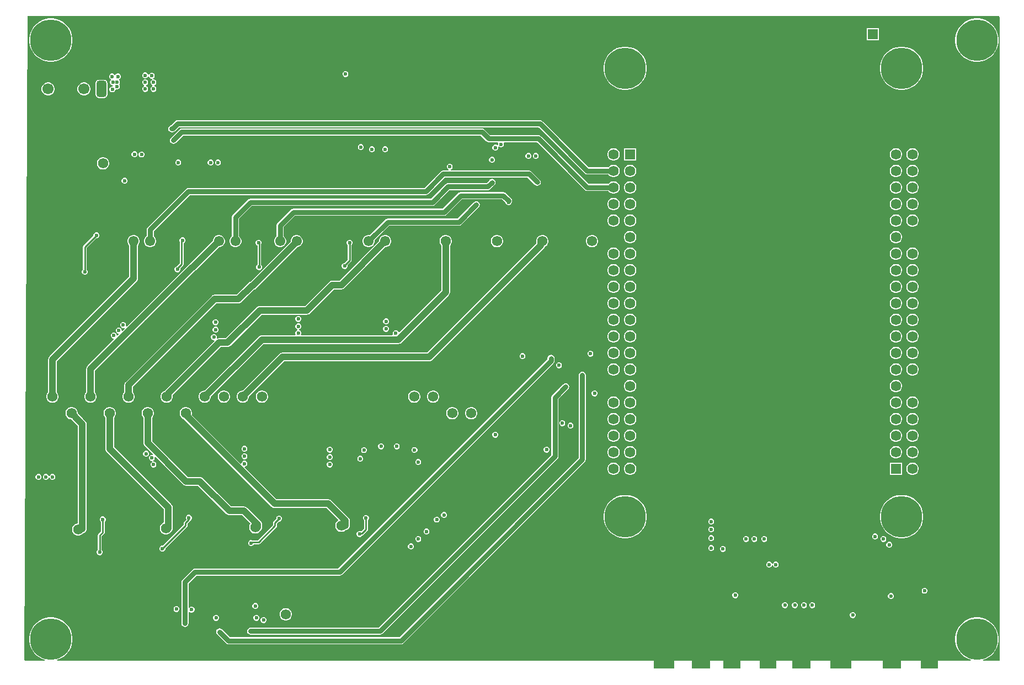
<source format=gbl>
G04*
G04 #@! TF.GenerationSoftware,Altium Limited,Altium Designer,25.3.3 (18)*
G04*
G04 Layer_Physical_Order=4*
G04 Layer_Color=16711680*
%FSLAX44Y44*%
%MOMM*%
G71*
G04*
G04 #@! TF.SameCoordinates,8BA9F0F0-51DE-43A2-9AC8-778ADDE1523D*
G04*
G04*
G04 #@! TF.FilePolarity,Positive*
G04*
G01*
G75*
%ADD16C,0.2540*%
%ADD28R,1.6000X5.0000*%
%ADD54R,1.5700X1.5700*%
%ADD55C,1.5700*%
%ADD56R,1.5700X1.5700*%
%ADD64C,1.0160*%
%ADD68C,0.7620*%
%ADD72C,6.3500*%
%ADD73R,1.5900X1.5900*%
%ADD74C,1.5900*%
%ADD75R,1.5900X1.5900*%
%ADD76R,1.5500X1.5500*%
%ADD77C,1.5500*%
%ADD78C,1.7000*%
G04:AMPARAMS|DCode=79|XSize=1.5mm|YSize=3mm|CornerRadius=0.375mm|HoleSize=0mm|Usage=FLASHONLY|Rotation=270.000|XOffset=0mm|YOffset=0mm|HoleType=Round|Shape=RoundedRectangle|*
%AMROUNDEDRECTD79*
21,1,1.5000,2.2500,0,0,270.0*
21,1,0.7500,3.0000,0,0,270.0*
1,1,0.7500,-1.1250,-0.3750*
1,1,0.7500,-1.1250,0.3750*
1,1,0.7500,1.1250,0.3750*
1,1,0.7500,1.1250,-0.3750*
%
%ADD79ROUNDEDRECTD79*%
G04:AMPARAMS|DCode=80|XSize=1.5mm|YSize=2.5mm|CornerRadius=0.375mm|HoleSize=0mm|Usage=FLASHONLY|Rotation=0.000|XOffset=0mm|YOffset=0mm|HoleType=Round|Shape=RoundedRectangle|*
%AMROUNDEDRECTD80*
21,1,1.5000,1.7500,0,0,0.0*
21,1,0.7500,2.5000,0,0,0.0*
1,1,0.7500,0.3750,-0.8750*
1,1,0.7500,-0.3750,-0.8750*
1,1,0.7500,-0.3750,0.8750*
1,1,0.7500,0.3750,0.8750*
%
%ADD80ROUNDEDRECTD80*%
%ADD81C,0.6000*%
G36*
X1505684Y1004570D02*
X1506127Y1004172D01*
X1506770Y1003070D01*
X1506762Y1003031D01*
X1506750Y1002783D01*
Y14853D01*
X1481568D01*
X1481330Y16353D01*
X1484694Y17446D01*
X1489357Y19822D01*
X1493591Y22898D01*
X1497292Y26599D01*
X1500368Y30833D01*
X1502744Y35496D01*
X1504361Y40474D01*
X1505180Y45643D01*
Y50877D01*
X1504361Y56046D01*
X1502744Y61024D01*
X1500368Y65687D01*
X1497292Y69921D01*
X1493591Y73622D01*
X1489357Y76698D01*
X1484694Y79074D01*
X1479716Y80691D01*
X1474547Y81510D01*
X1469313D01*
X1464144Y80691D01*
X1459166Y79074D01*
X1454503Y76698D01*
X1450269Y73622D01*
X1446568Y69921D01*
X1443492Y65687D01*
X1441116Y61024D01*
X1439499Y56046D01*
X1438680Y50877D01*
Y45643D01*
X1439499Y40474D01*
X1441116Y35496D01*
X1443492Y30833D01*
X1446568Y26599D01*
X1450269Y22898D01*
X1454503Y19822D01*
X1459166Y17446D01*
X1462530Y16353D01*
X1462292Y14853D01*
X1412240D01*
Y2808D01*
X1385570D01*
Y14853D01*
X1355090D01*
Y2808D01*
X1327150D01*
Y14853D01*
X1278890D01*
Y2808D01*
X1247140D01*
Y14853D01*
X1216660D01*
Y2808D01*
X1188720D01*
Y14853D01*
X1163790D01*
Y2808D01*
X1138390D01*
Y14853D01*
X1109180D01*
Y2808D01*
X1082510D01*
Y14853D01*
X1062410D01*
Y2808D01*
X1034845D01*
Y14853D01*
X1007800D01*
Y2808D01*
X976050D01*
Y14853D01*
X60438D01*
X60200Y16353D01*
X63564Y17446D01*
X68227Y19822D01*
X72461Y22898D01*
X76162Y26599D01*
X79238Y30833D01*
X81614Y35496D01*
X83231Y40474D01*
X84050Y45643D01*
Y50877D01*
X83231Y56046D01*
X81614Y61024D01*
X79238Y65687D01*
X76162Y69921D01*
X72461Y73622D01*
X68227Y76698D01*
X63564Y79074D01*
X58586Y80691D01*
X53417Y81510D01*
X48183D01*
X43014Y80691D01*
X38036Y79074D01*
X33373Y76698D01*
X29139Y73622D01*
X25438Y69921D01*
X22362Y65687D01*
X19986Y61024D01*
X18369Y56046D01*
X17550Y50877D01*
Y45643D01*
X18369Y40474D01*
X19986Y35496D01*
X22362Y30833D01*
X25438Y26599D01*
X29139Y22898D01*
X33373Y19822D01*
X38036Y17446D01*
X41400Y16353D01*
X41162Y14853D01*
X11595D01*
X10174Y16200D01*
X15240Y1004570D01*
X1505684Y1004570D01*
D02*
G37*
%LPC*%
G36*
X1321260Y985980D02*
X1302560D01*
Y967280D01*
X1321260D01*
Y985980D01*
D02*
G37*
G36*
X1474547Y1000990D02*
X1469313D01*
X1464144Y1000171D01*
X1459166Y998554D01*
X1454503Y996178D01*
X1450269Y993102D01*
X1446568Y989401D01*
X1443492Y985167D01*
X1441116Y980504D01*
X1439499Y975526D01*
X1438680Y970357D01*
Y965123D01*
X1439499Y959954D01*
X1441116Y954976D01*
X1443492Y950313D01*
X1446568Y946079D01*
X1450269Y942378D01*
X1454503Y939302D01*
X1459166Y936926D01*
X1464144Y935309D01*
X1469313Y934490D01*
X1474547D01*
X1479716Y935309D01*
X1484694Y936926D01*
X1489357Y939302D01*
X1493591Y942378D01*
X1497292Y946079D01*
X1500368Y950313D01*
X1502744Y954976D01*
X1504361Y959954D01*
X1505180Y965123D01*
Y970357D01*
X1504361Y975526D01*
X1502744Y980504D01*
X1500368Y985167D01*
X1497292Y989401D01*
X1493591Y993102D01*
X1489357Y996178D01*
X1484694Y998554D01*
X1479716Y1000171D01*
X1474547Y1000990D01*
D02*
G37*
G36*
X53417D02*
X48183D01*
X43014Y1000171D01*
X38036Y998554D01*
X33373Y996178D01*
X29139Y993102D01*
X25438Y989401D01*
X22362Y985167D01*
X19986Y980504D01*
X18369Y975526D01*
X17550Y970357D01*
Y965123D01*
X18369Y959954D01*
X19986Y954976D01*
X22362Y950313D01*
X25438Y946079D01*
X29139Y942378D01*
X33373Y939302D01*
X38036Y936926D01*
X43014Y935309D01*
X48183Y934490D01*
X53417D01*
X58586Y935309D01*
X63564Y936926D01*
X68227Y939302D01*
X72461Y942378D01*
X76162Y946079D01*
X79238Y950313D01*
X81614Y954976D01*
X83231Y959954D01*
X84050Y965123D01*
Y970357D01*
X83231Y975526D01*
X81614Y980504D01*
X79238Y985167D01*
X76162Y989401D01*
X72461Y993102D01*
X68227Y996178D01*
X63564Y998554D01*
X58586Y1000171D01*
X53417Y1000990D01*
D02*
G37*
G36*
X154565Y916360D02*
X152775D01*
X151121Y915675D01*
X150112Y914666D01*
X149225Y914516D01*
X148338Y914666D01*
X147329Y915675D01*
X145675Y916360D01*
X143885D01*
X142231Y915675D01*
X140965Y914409D01*
X140280Y912755D01*
Y910965D01*
X140965Y909311D01*
X142231Y908045D01*
X142577Y907902D01*
X142872Y906156D01*
X142235Y905519D01*
X141550Y903865D01*
Y902075D01*
X142235Y900421D01*
X143501Y899155D01*
X145155Y898470D01*
X146672D01*
X146678Y898465D01*
X146685Y897981D01*
X146588Y897774D01*
X145218Y896620D01*
X144260D01*
X142606Y895935D01*
X141340Y894669D01*
X140655Y893015D01*
Y891225D01*
X141340Y889571D01*
X142606Y888305D01*
X144260Y887620D01*
X146050D01*
X147704Y888305D01*
X148970Y889571D01*
X149655Y891225D01*
Y891263D01*
X151155Y892265D01*
X151505Y892120D01*
X153295D01*
X154949Y892805D01*
X156215Y894071D01*
X156900Y895725D01*
Y897515D01*
X156215Y899169D01*
X155589Y899795D01*
X156215Y900421D01*
X156900Y902075D01*
Y903865D01*
X156215Y905519D01*
X155578Y906156D01*
X155873Y907902D01*
X156219Y908045D01*
X157485Y909311D01*
X158170Y910965D01*
Y912755D01*
X157485Y914409D01*
X156219Y915675D01*
X154565Y916360D01*
D02*
G37*
G36*
X503815Y920170D02*
X502025D01*
X500371Y919485D01*
X499105Y918219D01*
X498420Y916565D01*
Y914775D01*
X499105Y913121D01*
X500371Y911855D01*
X502025Y911170D01*
X503815D01*
X505469Y911855D01*
X506735Y913121D01*
X507420Y914775D01*
Y916565D01*
X506735Y918219D01*
X505469Y919485D01*
X503815Y920170D01*
D02*
G37*
G36*
X1358987Y957710D02*
X1353753D01*
X1348584Y956891D01*
X1343606Y955274D01*
X1338943Y952898D01*
X1334709Y949822D01*
X1331008Y946121D01*
X1327932Y941887D01*
X1325556Y937224D01*
X1323939Y932246D01*
X1323120Y927077D01*
Y921843D01*
X1323939Y916674D01*
X1325556Y911696D01*
X1327932Y907033D01*
X1331008Y902799D01*
X1334709Y899098D01*
X1338943Y896022D01*
X1343606Y893646D01*
X1348584Y892029D01*
X1353753Y891210D01*
X1358987D01*
X1364156Y892029D01*
X1369134Y893646D01*
X1373797Y896022D01*
X1378031Y899098D01*
X1381732Y902799D01*
X1384808Y907033D01*
X1387184Y911696D01*
X1388801Y916674D01*
X1389620Y921843D01*
Y927077D01*
X1388801Y932246D01*
X1387184Y937224D01*
X1384808Y941887D01*
X1381732Y946121D01*
X1378031Y949822D01*
X1373797Y952898D01*
X1369134Y955274D01*
X1364156Y956891D01*
X1358987Y957710D01*
D02*
G37*
G36*
X934787D02*
X929553D01*
X924384Y956891D01*
X919406Y955274D01*
X914743Y952898D01*
X910509Y949822D01*
X906808Y946121D01*
X903732Y941887D01*
X901356Y937224D01*
X899739Y932246D01*
X898920Y927077D01*
Y921843D01*
X899739Y916674D01*
X901356Y911696D01*
X903732Y907033D01*
X906808Y902799D01*
X910509Y899098D01*
X914743Y896022D01*
X919406Y893646D01*
X924384Y892029D01*
X929553Y891210D01*
X934787D01*
X939956Y892029D01*
X944934Y893646D01*
X949597Y896022D01*
X953831Y899098D01*
X957532Y902799D01*
X960608Y907033D01*
X962984Y911696D01*
X964601Y916674D01*
X965420Y921843D01*
Y927077D01*
X964601Y932246D01*
X962984Y937224D01*
X960608Y941887D01*
X957532Y946121D01*
X953831Y949822D01*
X949597Y952898D01*
X944934Y955274D01*
X939956Y956891D01*
X934787Y957710D01*
D02*
G37*
G36*
X196425Y918200D02*
X194635D01*
X192981Y917515D01*
X191715Y916249D01*
X191030Y914595D01*
Y912805D01*
X191715Y911151D01*
X192981Y909885D01*
X194635Y909200D01*
X196425D01*
X198079Y909885D01*
X199345Y911151D01*
X199767Y912170D01*
X200572Y912205D01*
X201329Y912021D01*
X201925Y910581D01*
X203191Y909315D01*
X204845Y908630D01*
X205994D01*
X206266Y908630D01*
X206564Y907130D01*
X206369Y907049D01*
X205731Y906785D01*
X204465Y905519D01*
X203780Y903865D01*
Y902075D01*
X204465Y900421D01*
X205731Y899155D01*
X206840Y898696D01*
Y897084D01*
X205731Y896625D01*
X204465Y895359D01*
X203780Y893705D01*
Y891915D01*
X204465Y890261D01*
X205731Y888995D01*
X207385Y888310D01*
X209175D01*
X210829Y888995D01*
X212095Y890261D01*
X212780Y891915D01*
Y893705D01*
X212095Y895359D01*
X210829Y896625D01*
X209720Y897084D01*
Y898696D01*
X210829Y899155D01*
X212095Y900421D01*
X212780Y902075D01*
Y903865D01*
X212095Y905519D01*
X210829Y906785D01*
X209175Y907470D01*
X208026D01*
X207754Y907470D01*
X207456Y908970D01*
X207651Y909051D01*
X208289Y909315D01*
X209555Y910581D01*
X210240Y912235D01*
Y914025D01*
X209555Y915679D01*
X208289Y916945D01*
X206635Y917630D01*
X204845D01*
X203191Y916945D01*
X201925Y915679D01*
X201503Y914660D01*
X200698Y914625D01*
X199941Y914809D01*
X199345Y916249D01*
X198079Y917515D01*
X196425Y918200D01*
D02*
G37*
G36*
X196475Y907470D02*
X194685D01*
X193031Y906785D01*
X191765Y905519D01*
X191080Y903865D01*
Y902075D01*
X191765Y900421D01*
X193031Y899155D01*
X194140Y898696D01*
Y897084D01*
X193031Y896625D01*
X191765Y895359D01*
X191080Y893705D01*
Y891915D01*
X191765Y890261D01*
X193031Y888995D01*
X194685Y888310D01*
X196475D01*
X198129Y888995D01*
X199395Y890261D01*
X200080Y891915D01*
Y893705D01*
X199395Y895359D01*
X198129Y896625D01*
X197020Y897084D01*
Y898696D01*
X198129Y899155D01*
X199395Y900421D01*
X200080Y902075D01*
Y903865D01*
X199395Y905519D01*
X198129Y906785D01*
X196475Y907470D01*
D02*
G37*
G36*
X102916Y902810D02*
X100283D01*
X97740Y902129D01*
X95460Y900812D01*
X93598Y898950D01*
X92282Y896670D01*
X91600Y894127D01*
Y891494D01*
X92282Y888950D01*
X93598Y886670D01*
X95460Y884808D01*
X97740Y883492D01*
X100283Y882810D01*
X102916D01*
X105460Y883492D01*
X107740Y884808D01*
X109602Y886670D01*
X110919Y888950D01*
X111600Y891494D01*
Y894127D01*
X110919Y896670D01*
X109602Y898950D01*
X107740Y900812D01*
X105460Y902129D01*
X102916Y902810D01*
D02*
G37*
G36*
X47916D02*
X45283D01*
X42740Y902129D01*
X40460Y900812D01*
X38598Y898950D01*
X37281Y896670D01*
X36600Y894127D01*
Y891494D01*
X37281Y888950D01*
X38598Y886670D01*
X40460Y884808D01*
X42740Y883492D01*
X45283Y882810D01*
X47916D01*
X50460Y883492D01*
X52740Y884808D01*
X54602Y886670D01*
X55918Y888950D01*
X56600Y891494D01*
Y894127D01*
X55918Y896670D01*
X54602Y898950D01*
X52740Y900812D01*
X50460Y902129D01*
X47916Y902810D01*
D02*
G37*
G36*
X132350Y906913D02*
X124850D01*
X122802Y906505D01*
X121065Y905345D01*
X119905Y903608D01*
X119497Y901560D01*
Y884060D01*
X119905Y882012D01*
X121065Y880275D01*
X122802Y879115D01*
X124850Y878707D01*
X132350D01*
X134398Y879115D01*
X136135Y880275D01*
X137295Y882012D01*
X137703Y884060D01*
Y901560D01*
X137295Y903608D01*
X136135Y905345D01*
X134398Y906505D01*
X132350Y906913D01*
D02*
G37*
G36*
X527339Y808031D02*
X525549D01*
X523895Y807346D01*
X522629Y806080D01*
X521944Y804426D01*
Y802636D01*
X522629Y800982D01*
X523895Y799716D01*
X525549Y799031D01*
X527339D01*
X528993Y799716D01*
X530259Y800982D01*
X530944Y802636D01*
Y804426D01*
X530259Y806080D01*
X528993Y807346D01*
X527339Y808031D01*
D02*
G37*
G36*
X564775Y804600D02*
X562985D01*
X561331Y803915D01*
X560065Y802649D01*
X559380Y800995D01*
Y799205D01*
X560065Y797551D01*
X561331Y796285D01*
X562985Y795600D01*
X564775D01*
X566429Y796285D01*
X567695Y797551D01*
X568380Y799205D01*
Y800995D01*
X567695Y802649D01*
X566429Y803915D01*
X564775Y804600D01*
D02*
G37*
G36*
X544455D02*
X542665D01*
X541011Y803915D01*
X539745Y802649D01*
X539060Y800995D01*
Y799205D01*
X539745Y797551D01*
X541011Y796285D01*
X542665Y795600D01*
X544455D01*
X546109Y796285D01*
X547375Y797551D01*
X548060Y799205D01*
Y800995D01*
X547375Y802649D01*
X546109Y803915D01*
X544455Y804600D01*
D02*
G37*
G36*
X179965Y796980D02*
X178175D01*
X176521Y796295D01*
X175255Y795029D01*
X174570Y793375D01*
Y791585D01*
X175255Y789931D01*
X176521Y788665D01*
X178175Y787980D01*
X179965D01*
X181619Y788665D01*
X182885Y789931D01*
X183570Y791585D01*
Y793375D01*
X182885Y795029D01*
X181619Y796295D01*
X179965Y796980D01*
D02*
G37*
G36*
X190889Y796601D02*
X189099D01*
X187445Y795916D01*
X186179Y794650D01*
X185494Y792997D01*
Y791206D01*
X186179Y789552D01*
X187445Y788287D01*
X189099Y787601D01*
X190889D01*
X192543Y788287D01*
X193809Y789552D01*
X194494Y791206D01*
Y792997D01*
X193809Y794650D01*
X192543Y795916D01*
X190889Y796601D01*
D02*
G37*
G36*
X795915Y794440D02*
X794125D01*
X792471Y793755D01*
X791205Y792489D01*
X790520Y790835D01*
Y789045D01*
X791205Y787391D01*
X792471Y786125D01*
X794125Y785440D01*
X795915D01*
X797569Y786125D01*
X798835Y787391D01*
X799520Y789045D01*
Y790835D01*
X798835Y792489D01*
X797569Y793755D01*
X795915Y794440D01*
D02*
G37*
G36*
X784485D02*
X782695D01*
X781041Y793755D01*
X779775Y792489D01*
X779090Y790835D01*
Y789045D01*
X779775Y787391D01*
X781041Y786125D01*
X782695Y785440D01*
X784485D01*
X786139Y786125D01*
X787405Y787391D01*
X788090Y789045D01*
Y790835D01*
X787405Y792489D01*
X786139Y793755D01*
X784485Y794440D01*
D02*
G37*
G36*
X1374114Y801810D02*
X1371626D01*
X1369222Y801166D01*
X1367068Y799922D01*
X1365308Y798163D01*
X1364064Y796008D01*
X1363420Y793604D01*
Y791116D01*
X1364064Y788712D01*
X1365308Y786558D01*
X1367068Y784798D01*
X1369222Y783554D01*
X1371626Y782910D01*
X1374114D01*
X1376518Y783554D01*
X1378672Y784798D01*
X1380432Y786558D01*
X1381676Y788712D01*
X1382320Y791116D01*
Y793604D01*
X1381676Y796008D01*
X1380432Y798163D01*
X1378672Y799922D01*
X1376518Y801166D01*
X1374114Y801810D01*
D02*
G37*
G36*
X1348714D02*
X1346226D01*
X1343822Y801166D01*
X1341668Y799922D01*
X1339908Y798163D01*
X1338664Y796008D01*
X1338020Y793604D01*
Y791116D01*
X1338664Y788712D01*
X1339908Y786558D01*
X1341668Y784798D01*
X1343822Y783554D01*
X1346226Y782910D01*
X1348714D01*
X1351118Y783554D01*
X1353272Y784798D01*
X1355032Y786558D01*
X1356276Y788712D01*
X1356920Y791116D01*
Y793604D01*
X1356276Y796008D01*
X1355032Y798163D01*
X1353272Y799922D01*
X1351118Y801166D01*
X1348714Y801810D01*
D02*
G37*
G36*
X949220D02*
X930320D01*
Y782910D01*
X949220D01*
Y801810D01*
D02*
G37*
G36*
X915614D02*
X913126D01*
X910722Y801166D01*
X908568Y799922D01*
X906808Y798163D01*
X905564Y796008D01*
X904920Y793604D01*
Y791116D01*
X905564Y788712D01*
X906808Y786558D01*
X908568Y784798D01*
X910722Y783554D01*
X913126Y782910D01*
X915614D01*
X918018Y783554D01*
X920172Y784798D01*
X921932Y786558D01*
X923176Y788712D01*
X923820Y791116D01*
Y793604D01*
X923176Y796008D01*
X921932Y798163D01*
X920172Y799922D01*
X918018Y801166D01*
X915614Y801810D01*
D02*
G37*
G36*
X728521Y788684D02*
X726731D01*
X725077Y787999D01*
X723811Y786733D01*
X723126Y785079D01*
Y783289D01*
X723811Y781635D01*
X725077Y780369D01*
X726731Y779684D01*
X728521D01*
X730175Y780369D01*
X731441Y781635D01*
X732126Y783289D01*
Y785079D01*
X731441Y786733D01*
X730175Y787999D01*
X728521Y788684D01*
D02*
G37*
G36*
X308235Y784280D02*
X306445D01*
X304791Y783595D01*
X303525Y782329D01*
X302840Y780675D01*
Y778885D01*
X303525Y777231D01*
X304791Y775965D01*
X306445Y775280D01*
X308235D01*
X309889Y775965D01*
X311155Y777231D01*
X311840Y778885D01*
Y780675D01*
X311155Y782329D01*
X309889Y783595D01*
X308235Y784280D01*
D02*
G37*
G36*
X296805D02*
X295015D01*
X293361Y783595D01*
X292095Y782329D01*
X291410Y780675D01*
Y778885D01*
X292095Y777231D01*
X293361Y775965D01*
X295015Y775280D01*
X296805D01*
X298459Y775965D01*
X299725Y777231D01*
X300410Y778885D01*
Y780675D01*
X299725Y782329D01*
X298459Y783595D01*
X296805Y784280D01*
D02*
G37*
G36*
X247275D02*
X245485D01*
X243831Y783595D01*
X242565Y782329D01*
X241880Y780675D01*
Y778885D01*
X242565Y777231D01*
X243831Y775965D01*
X245485Y775280D01*
X247275D01*
X248929Y775965D01*
X250195Y777231D01*
X250880Y778885D01*
Y780675D01*
X250195Y782329D01*
X248929Y783595D01*
X247275Y784280D01*
D02*
G37*
G36*
X132041Y787860D02*
X129579D01*
X127201Y787223D01*
X125069Y785992D01*
X123328Y784251D01*
X122097Y782119D01*
X121460Y779741D01*
Y777279D01*
X122097Y774901D01*
X123328Y772769D01*
X125069Y771028D01*
X127201Y769797D01*
X129579Y769160D01*
X132041D01*
X134419Y769797D01*
X136551Y771028D01*
X138292Y772769D01*
X139523Y774901D01*
X140160Y777279D01*
Y779741D01*
X139523Y782119D01*
X138292Y784251D01*
X136551Y785992D01*
X134419Y787223D01*
X132041Y787860D01*
D02*
G37*
G36*
X1374114Y776410D02*
X1371626D01*
X1369222Y775766D01*
X1367068Y774522D01*
X1365308Y772763D01*
X1364064Y770608D01*
X1363420Y768204D01*
Y765716D01*
X1364064Y763313D01*
X1365308Y761158D01*
X1367068Y759398D01*
X1369222Y758154D01*
X1371626Y757510D01*
X1374114D01*
X1376518Y758154D01*
X1378672Y759398D01*
X1380432Y761158D01*
X1381676Y763313D01*
X1382320Y765716D01*
Y768204D01*
X1381676Y770608D01*
X1380432Y772763D01*
X1378672Y774522D01*
X1376518Y775766D01*
X1374114Y776410D01*
D02*
G37*
G36*
X1348714D02*
X1346226D01*
X1343822Y775766D01*
X1341668Y774522D01*
X1339908Y772763D01*
X1338664Y770608D01*
X1338020Y768204D01*
Y765716D01*
X1338664Y763313D01*
X1339908Y761158D01*
X1341668Y759398D01*
X1343822Y758154D01*
X1346226Y757510D01*
X1348714D01*
X1351118Y758154D01*
X1353272Y759398D01*
X1355032Y761158D01*
X1356276Y763313D01*
X1356920Y765716D01*
Y768204D01*
X1356276Y770608D01*
X1355032Y772763D01*
X1353272Y774522D01*
X1351118Y775766D01*
X1348714Y776410D01*
D02*
G37*
G36*
X941014D02*
X938526D01*
X936122Y775766D01*
X933968Y774522D01*
X932208Y772763D01*
X930964Y770608D01*
X930320Y768204D01*
Y765716D01*
X930964Y763313D01*
X932208Y761158D01*
X933968Y759398D01*
X936122Y758154D01*
X938526Y757510D01*
X941014D01*
X943418Y758154D01*
X945572Y759398D01*
X947332Y761158D01*
X948576Y763313D01*
X949220Y765716D01*
Y768204D01*
X948576Y770608D01*
X947332Y772763D01*
X945572Y774522D01*
X943418Y775766D01*
X941014Y776410D01*
D02*
G37*
G36*
X801370Y844884D02*
X245215D01*
X243143Y844472D01*
X241386Y843298D01*
X235137Y837049D01*
X234148Y836852D01*
X232392Y835678D01*
X231218Y833922D01*
X230806Y831850D01*
X231218Y829778D01*
X232392Y828022D01*
X234148Y826848D01*
X236220Y826436D01*
X237595D01*
X239667Y826848D01*
X241423Y828022D01*
X247457Y834056D01*
X799127D01*
X870051Y763132D01*
X871808Y761958D01*
X873880Y761546D01*
X906584D01*
X906808Y761158D01*
X908568Y759398D01*
X910722Y758154D01*
X913126Y757510D01*
X915614D01*
X918018Y758154D01*
X920172Y759398D01*
X921932Y761158D01*
X923176Y763313D01*
X923820Y765716D01*
Y768204D01*
X923176Y770608D01*
X921932Y772763D01*
X920172Y774522D01*
X918018Y775766D01*
X915614Y776410D01*
X913126D01*
X910722Y775766D01*
X908568Y774522D01*
X906808Y772763D01*
X906584Y772374D01*
X876123D01*
X805198Y843298D01*
X803442Y844472D01*
X801370Y844884D01*
D02*
G37*
G36*
X164725Y756340D02*
X162935D01*
X161281Y755655D01*
X160015Y754389D01*
X159330Y752735D01*
Y750945D01*
X160015Y749291D01*
X161281Y748025D01*
X162935Y747340D01*
X164725D01*
X166379Y748025D01*
X167645Y749291D01*
X168330Y750945D01*
Y752735D01*
X167645Y754389D01*
X166379Y755655D01*
X164725Y756340D01*
D02*
G37*
G36*
X663835Y777930D02*
X662045D01*
X660391Y777245D01*
X659125Y775979D01*
X658440Y774325D01*
Y772535D01*
X659125Y770881D01*
X660391Y769615D01*
X661470Y769168D01*
X661172Y767668D01*
X653034D01*
X650962Y767256D01*
X649206Y766082D01*
X623867Y740744D01*
X261620D01*
X259548Y740332D01*
X257792Y739158D01*
X199372Y680738D01*
X198198Y678982D01*
X197786Y676910D01*
Y666685D01*
X197520Y666532D01*
X195798Y664810D01*
X194580Y662700D01*
X193950Y660348D01*
Y657912D01*
X194580Y655560D01*
X195798Y653450D01*
X197520Y651728D01*
X199630Y650510D01*
X201982Y649880D01*
X204418D01*
X206770Y650510D01*
X208880Y651728D01*
X210602Y653450D01*
X211820Y655560D01*
X212450Y657912D01*
Y660348D01*
X211820Y662700D01*
X210602Y664810D01*
X208880Y666532D01*
X208614Y666685D01*
Y674667D01*
X263863Y729916D01*
X626110D01*
X628182Y730328D01*
X629938Y731502D01*
X655277Y756840D01*
X782363D01*
X793303Y745900D01*
X795060Y744726D01*
X795677Y744604D01*
X796237Y744372D01*
X796842D01*
X797132Y744314D01*
X797421Y744372D01*
X798027D01*
X798586Y744604D01*
X799204Y744726D01*
X800960Y745900D01*
X802134Y747656D01*
X802546Y749728D01*
X802134Y751800D01*
X800960Y753557D01*
X788434Y766082D01*
X786678Y767256D01*
X784606Y767668D01*
X664708D01*
X664410Y769168D01*
X665489Y769615D01*
X666755Y770881D01*
X667440Y772535D01*
Y774325D01*
X666755Y775979D01*
X665489Y777245D01*
X663835Y777930D01*
D02*
G37*
G36*
X1374114Y751010D02*
X1371626D01*
X1369222Y750366D01*
X1367068Y749122D01*
X1365308Y747363D01*
X1364064Y745208D01*
X1363420Y742804D01*
Y740316D01*
X1364064Y737913D01*
X1365308Y735758D01*
X1367068Y733998D01*
X1369222Y732754D01*
X1371626Y732110D01*
X1374114D01*
X1376518Y732754D01*
X1378672Y733998D01*
X1380432Y735758D01*
X1381676Y737913D01*
X1382320Y740316D01*
Y742804D01*
X1381676Y745208D01*
X1380432Y747363D01*
X1378672Y749122D01*
X1376518Y750366D01*
X1374114Y751010D01*
D02*
G37*
G36*
X1348714D02*
X1346226D01*
X1343822Y750366D01*
X1341668Y749122D01*
X1339908Y747363D01*
X1338664Y745208D01*
X1338020Y742804D01*
Y740316D01*
X1338664Y737913D01*
X1339908Y735758D01*
X1341668Y733998D01*
X1343822Y732754D01*
X1346226Y732110D01*
X1348714D01*
X1351118Y732754D01*
X1353272Y733998D01*
X1355032Y735758D01*
X1356276Y737913D01*
X1356920Y740316D01*
Y742804D01*
X1356276Y745208D01*
X1355032Y747363D01*
X1353272Y749122D01*
X1351118Y750366D01*
X1348714Y751010D01*
D02*
G37*
G36*
X941014D02*
X938526D01*
X936122Y750366D01*
X933968Y749122D01*
X932208Y747363D01*
X930964Y745208D01*
X930320Y742804D01*
Y740316D01*
X930964Y737913D01*
X932208Y735758D01*
X933968Y733998D01*
X936122Y732754D01*
X938526Y732110D01*
X941014D01*
X943418Y732754D01*
X945572Y733998D01*
X947332Y735758D01*
X948576Y737913D01*
X949220Y740316D01*
Y742804D01*
X948576Y745208D01*
X947332Y747363D01*
X945572Y749122D01*
X943418Y750366D01*
X941014Y751010D01*
D02*
G37*
G36*
X712470Y832184D02*
X251460D01*
X249388Y831772D01*
X247632Y830598D01*
X234932Y817898D01*
X233758Y816142D01*
X233346Y814070D01*
X233758Y811998D01*
X234932Y810242D01*
X236688Y809068D01*
X238760Y808656D01*
X240832Y809068D01*
X242588Y810242D01*
X253703Y821356D01*
X710227D01*
X718802Y812782D01*
X720558Y811608D01*
X722630Y811196D01*
X736832D01*
X737628Y809696D01*
X737180Y808615D01*
Y806825D01*
X737243Y806672D01*
X735972Y805822D01*
X735339Y806455D01*
X733685Y807140D01*
X731895D01*
X730241Y806455D01*
X728975Y805189D01*
X728290Y803535D01*
Y801745D01*
X728975Y800091D01*
X730241Y798825D01*
X731895Y798140D01*
X733685D01*
X735339Y798825D01*
X736605Y800091D01*
X737290Y801745D01*
Y803535D01*
X737227Y803688D01*
X738498Y804538D01*
X739131Y803905D01*
X740785Y803220D01*
X742575D01*
X744229Y803905D01*
X745495Y805171D01*
X746180Y806825D01*
Y808615D01*
X745732Y809696D01*
X746528Y811196D01*
X796587D01*
X870052Y737732D01*
X871808Y736558D01*
X873880Y736146D01*
X906584D01*
X906808Y735758D01*
X908568Y733998D01*
X910722Y732754D01*
X913126Y732110D01*
X915614D01*
X918018Y732754D01*
X920172Y733998D01*
X921932Y735758D01*
X923176Y737913D01*
X923820Y740316D01*
Y742804D01*
X923176Y745208D01*
X921932Y747363D01*
X920172Y749122D01*
X918018Y750366D01*
X915614Y751010D01*
X913126D01*
X910722Y750366D01*
X908568Y749122D01*
X906808Y747363D01*
X906584Y746974D01*
X876123D01*
X802658Y820438D01*
X800902Y821612D01*
X798830Y822024D01*
X724873D01*
X716298Y830598D01*
X714542Y831772D01*
X712470Y832184D01*
D02*
G37*
G36*
X745272Y734394D02*
X679450D01*
X677378Y733982D01*
X675622Y732808D01*
X651807Y708994D01*
X422910D01*
X420838Y708582D01*
X419082Y707408D01*
X398762Y687088D01*
X397588Y685332D01*
X397176Y683260D01*
Y666685D01*
X396910Y666532D01*
X395188Y664810D01*
X393970Y662700D01*
X393340Y660348D01*
Y657912D01*
X393970Y655560D01*
X395188Y653450D01*
X396910Y651728D01*
X399020Y650510D01*
X401372Y649880D01*
X403808D01*
X406160Y650510D01*
X408270Y651728D01*
X409992Y653450D01*
X411210Y655560D01*
X411840Y657912D01*
Y660348D01*
X411210Y662700D01*
X409992Y664810D01*
X408270Y666532D01*
X408004Y666685D01*
Y681017D01*
X425153Y698166D01*
X654050D01*
X656122Y698578D01*
X657878Y699752D01*
X681693Y723566D01*
X743029D01*
X748610Y717985D01*
Y717925D01*
X749295Y716271D01*
X750561Y715005D01*
X752215Y714320D01*
X754005D01*
X755659Y715005D01*
X756925Y716271D01*
X757610Y717925D01*
Y718319D01*
X758112Y719070D01*
X758524Y721142D01*
X758112Y723214D01*
X756938Y724970D01*
X749100Y732808D01*
X747344Y733982D01*
X745272Y734394D01*
D02*
G37*
G36*
X1374114Y725610D02*
X1371626D01*
X1369222Y724966D01*
X1367068Y723722D01*
X1365308Y721963D01*
X1364064Y719808D01*
X1363420Y717404D01*
Y714916D01*
X1364064Y712513D01*
X1365308Y710358D01*
X1367068Y708598D01*
X1369222Y707354D01*
X1371626Y706710D01*
X1374114D01*
X1376518Y707354D01*
X1378672Y708598D01*
X1380432Y710358D01*
X1381676Y712513D01*
X1382320Y714916D01*
Y717404D01*
X1381676Y719808D01*
X1380432Y721963D01*
X1378672Y723722D01*
X1376518Y724966D01*
X1374114Y725610D01*
D02*
G37*
G36*
X1348714D02*
X1346226D01*
X1343822Y724966D01*
X1341668Y723722D01*
X1339908Y721963D01*
X1338664Y719808D01*
X1338020Y717404D01*
Y714916D01*
X1338664Y712513D01*
X1339908Y710358D01*
X1341668Y708598D01*
X1343822Y707354D01*
X1346226Y706710D01*
X1348714D01*
X1351118Y707354D01*
X1353272Y708598D01*
X1355032Y710358D01*
X1356276Y712513D01*
X1356920Y714916D01*
Y717404D01*
X1356276Y719808D01*
X1355032Y721963D01*
X1353272Y723722D01*
X1351118Y724966D01*
X1348714Y725610D01*
D02*
G37*
G36*
X941014D02*
X938526D01*
X936122Y724966D01*
X933968Y723722D01*
X932208Y721963D01*
X930964Y719808D01*
X930320Y717404D01*
Y714916D01*
X930964Y712513D01*
X932208Y710358D01*
X933968Y708598D01*
X936122Y707354D01*
X938526Y706710D01*
X941014D01*
X943418Y707354D01*
X945572Y708598D01*
X947332Y710358D01*
X948576Y712513D01*
X949220Y714916D01*
Y717404D01*
X948576Y719808D01*
X947332Y721963D01*
X945572Y723722D01*
X943418Y724966D01*
X941014Y725610D01*
D02*
G37*
G36*
X915614D02*
X913126D01*
X910722Y724966D01*
X908568Y723722D01*
X906808Y721963D01*
X905564Y719808D01*
X904920Y717404D01*
Y714916D01*
X905564Y712513D01*
X906808Y710358D01*
X908568Y708598D01*
X910722Y707354D01*
X913126Y706710D01*
X915614D01*
X918018Y707354D01*
X920172Y708598D01*
X921932Y710358D01*
X923176Y712513D01*
X923820Y714916D01*
Y717404D01*
X923176Y719808D01*
X921932Y721963D01*
X920172Y723722D01*
X918018Y724966D01*
X915614Y725610D01*
D02*
G37*
G36*
X1374114Y700210D02*
X1371626D01*
X1369222Y699566D01*
X1367068Y698322D01*
X1365308Y696562D01*
X1364064Y694408D01*
X1363420Y692004D01*
Y689516D01*
X1364064Y687113D01*
X1365308Y684958D01*
X1367068Y683198D01*
X1369222Y681954D01*
X1371626Y681310D01*
X1374114D01*
X1376518Y681954D01*
X1378672Y683198D01*
X1380432Y684958D01*
X1381676Y687113D01*
X1382320Y689516D01*
Y692004D01*
X1381676Y694408D01*
X1380432Y696562D01*
X1378672Y698322D01*
X1376518Y699566D01*
X1374114Y700210D01*
D02*
G37*
G36*
X1348714D02*
X1346226D01*
X1343822Y699566D01*
X1341668Y698322D01*
X1339908Y696562D01*
X1338664Y694408D01*
X1338020Y692004D01*
Y689516D01*
X1338664Y687113D01*
X1339908Y684958D01*
X1341668Y683198D01*
X1343822Y681954D01*
X1346226Y681310D01*
X1348714D01*
X1351118Y681954D01*
X1353272Y683198D01*
X1355032Y684958D01*
X1356276Y687113D01*
X1356920Y689516D01*
Y692004D01*
X1356276Y694408D01*
X1355032Y696562D01*
X1353272Y698322D01*
X1351118Y699566D01*
X1348714Y700210D01*
D02*
G37*
G36*
X941014D02*
X938526D01*
X936122Y699566D01*
X933968Y698322D01*
X932208Y696562D01*
X930964Y694408D01*
X930320Y692004D01*
Y689516D01*
X930964Y687113D01*
X932208Y684958D01*
X933968Y683198D01*
X936122Y681954D01*
X938526Y681310D01*
X941014D01*
X943418Y681954D01*
X945572Y683198D01*
X947332Y684958D01*
X948576Y687113D01*
X949220Y689516D01*
Y692004D01*
X948576Y694408D01*
X947332Y696562D01*
X945572Y698322D01*
X943418Y699566D01*
X941014Y700210D01*
D02*
G37*
G36*
X915614D02*
X913126D01*
X910722Y699566D01*
X908568Y698322D01*
X906808Y696562D01*
X905564Y694408D01*
X904920Y692004D01*
Y689516D01*
X905564Y687113D01*
X906808Y684958D01*
X908568Y683198D01*
X910722Y681954D01*
X913126Y681310D01*
X915614D01*
X918018Y681954D01*
X920172Y683198D01*
X921932Y684958D01*
X923176Y687113D01*
X923820Y689516D01*
Y692004D01*
X923176Y694408D01*
X921932Y696562D01*
X920172Y698322D01*
X918018Y699566D01*
X915614Y700210D01*
D02*
G37*
G36*
X703589Y720419D02*
X701517Y720007D01*
X699761Y718833D01*
X674681Y693754D01*
X567690D01*
X565618Y693342D01*
X563862Y692168D01*
X539994Y668301D01*
X539698Y668380D01*
X537262D01*
X534910Y667750D01*
X532800Y666532D01*
X531078Y664810D01*
X529860Y662700D01*
X529230Y660348D01*
Y657912D01*
X529860Y655560D01*
X531078Y653450D01*
X532800Y651728D01*
X534910Y650510D01*
X537262Y649880D01*
X539698D01*
X542050Y650510D01*
X544160Y651728D01*
X545882Y653450D01*
X547100Y655560D01*
X547730Y657912D01*
Y660348D01*
X547651Y660644D01*
X569933Y682926D01*
X676924D01*
X678996Y683338D01*
X680752Y684512D01*
X707417Y711177D01*
X708591Y712933D01*
X709003Y715005D01*
X708591Y717077D01*
X707417Y718833D01*
X705661Y720007D01*
X703589Y720419D01*
D02*
G37*
G36*
X1348714Y674810D02*
X1346226D01*
X1343822Y674166D01*
X1341668Y672922D01*
X1339908Y671162D01*
X1338664Y669008D01*
X1338020Y666604D01*
Y664116D01*
X1338664Y661712D01*
X1339908Y659558D01*
X1341668Y657798D01*
X1343822Y656554D01*
X1346226Y655910D01*
X1348714D01*
X1351118Y656554D01*
X1353272Y657798D01*
X1355032Y659558D01*
X1356276Y661712D01*
X1356920Y664116D01*
Y666604D01*
X1356276Y669008D01*
X1355032Y671162D01*
X1353272Y672922D01*
X1351118Y674166D01*
X1348714Y674810D01*
D02*
G37*
G36*
X941014D02*
X938526D01*
X936122Y674166D01*
X933968Y672922D01*
X932208Y671162D01*
X930964Y669008D01*
X930320Y666604D01*
Y664116D01*
X930964Y661712D01*
X932208Y659558D01*
X933968Y657798D01*
X936122Y656554D01*
X938526Y655910D01*
X941014D01*
X943418Y656554D01*
X945572Y657798D01*
X947332Y659558D01*
X948576Y661712D01*
X949220Y664116D01*
Y666604D01*
X948576Y669008D01*
X947332Y671162D01*
X945572Y672922D01*
X943418Y674166D01*
X941014Y674810D01*
D02*
G37*
G36*
X727710Y754714D02*
X725638Y754302D01*
X723882Y753128D01*
X723705Y752863D01*
X719205Y748364D01*
X660400D01*
X658328Y747952D01*
X656572Y746778D01*
X634027Y724234D01*
X356870D01*
X354798Y723822D01*
X353042Y722648D01*
X330182Y699788D01*
X329008Y698032D01*
X328596Y695960D01*
Y666685D01*
X328330Y666532D01*
X326608Y664810D01*
X325390Y662700D01*
X324760Y660348D01*
Y657912D01*
X325390Y655560D01*
X326608Y653450D01*
X328330Y651728D01*
X330440Y650510D01*
X332792Y649880D01*
X335228D01*
X337580Y650510D01*
X339690Y651728D01*
X341412Y653450D01*
X342630Y655560D01*
X343260Y657912D01*
Y660348D01*
X342630Y662700D01*
X341412Y664810D01*
X339690Y666532D01*
X339424Y666685D01*
Y693717D01*
X359113Y713406D01*
X636270D01*
X638342Y713818D01*
X640098Y714992D01*
X662643Y737536D01*
X721448D01*
X723520Y737948D01*
X725276Y739122D01*
X731538Y745384D01*
X732712Y747140D01*
X733124Y749212D01*
Y749300D01*
X732712Y751372D01*
X731538Y753128D01*
X729782Y754302D01*
X727710Y754714D01*
D02*
G37*
G36*
X882611Y668480D02*
X880149D01*
X877771Y667843D01*
X875639Y666612D01*
X873898Y664871D01*
X872667Y662739D01*
X872030Y660361D01*
Y657899D01*
X872667Y655521D01*
X873898Y653389D01*
X875639Y651648D01*
X877771Y650417D01*
X880149Y649780D01*
X882611D01*
X884989Y650417D01*
X887121Y651648D01*
X888862Y653389D01*
X890093Y655521D01*
X890730Y657899D01*
Y660361D01*
X890093Y662739D01*
X888862Y664871D01*
X887121Y666612D01*
X884989Y667843D01*
X882611Y668480D01*
D02*
G37*
G36*
X736561D02*
X734099D01*
X731721Y667843D01*
X729589Y666612D01*
X727848Y664871D01*
X726617Y662739D01*
X725980Y660361D01*
Y657899D01*
X726617Y655521D01*
X727848Y653389D01*
X729589Y651648D01*
X731721Y650417D01*
X734099Y649780D01*
X736561D01*
X738939Y650417D01*
X741071Y651648D01*
X742812Y653389D01*
X744043Y655521D01*
X744680Y657899D01*
Y660361D01*
X744043Y662739D01*
X742812Y664871D01*
X741071Y666612D01*
X738939Y667843D01*
X736561Y668480D01*
D02*
G37*
G36*
X1374114Y649410D02*
X1371626D01*
X1369222Y648766D01*
X1367068Y647522D01*
X1365308Y645762D01*
X1364064Y643608D01*
X1363420Y641204D01*
Y638716D01*
X1364064Y636312D01*
X1365308Y634158D01*
X1367068Y632398D01*
X1369222Y631154D01*
X1371626Y630510D01*
X1374114D01*
X1376518Y631154D01*
X1378672Y632398D01*
X1380432Y634158D01*
X1381676Y636312D01*
X1382320Y638716D01*
Y641204D01*
X1381676Y643608D01*
X1380432Y645762D01*
X1378672Y647522D01*
X1376518Y648766D01*
X1374114Y649410D01*
D02*
G37*
G36*
X1348714D02*
X1346226D01*
X1343822Y648766D01*
X1341668Y647522D01*
X1339908Y645762D01*
X1338664Y643608D01*
X1338020Y641204D01*
Y638716D01*
X1338664Y636312D01*
X1339908Y634158D01*
X1341668Y632398D01*
X1343822Y631154D01*
X1346226Y630510D01*
X1348714D01*
X1351118Y631154D01*
X1353272Y632398D01*
X1355032Y634158D01*
X1356276Y636312D01*
X1356920Y638716D01*
Y641204D01*
X1356276Y643608D01*
X1355032Y645762D01*
X1353272Y647522D01*
X1351118Y648766D01*
X1348714Y649410D01*
D02*
G37*
G36*
X941014D02*
X938526D01*
X936122Y648766D01*
X933968Y647522D01*
X932208Y645762D01*
X930964Y643608D01*
X930320Y641204D01*
Y638716D01*
X930964Y636312D01*
X932208Y634158D01*
X933968Y632398D01*
X936122Y631154D01*
X938526Y630510D01*
X941014D01*
X943418Y631154D01*
X945572Y632398D01*
X947332Y634158D01*
X948576Y636312D01*
X949220Y638716D01*
Y641204D01*
X948576Y643608D01*
X947332Y645762D01*
X945572Y647522D01*
X943418Y648766D01*
X941014Y649410D01*
D02*
G37*
G36*
X915614D02*
X913126D01*
X910722Y648766D01*
X908568Y647522D01*
X906808Y645762D01*
X905564Y643608D01*
X904920Y641204D01*
Y638716D01*
X905564Y636312D01*
X906808Y634158D01*
X908568Y632398D01*
X910722Y631154D01*
X913126Y630510D01*
X915614D01*
X918018Y631154D01*
X920172Y632398D01*
X921932Y634158D01*
X923176Y636312D01*
X923820Y638716D01*
Y641204D01*
X923176Y643608D01*
X921932Y645762D01*
X920172Y647522D01*
X918018Y648766D01*
X915614Y649410D01*
D02*
G37*
G36*
X510165Y661090D02*
X508375D01*
X506721Y660405D01*
X505455Y659139D01*
X504770Y657485D01*
Y655695D01*
X505455Y654041D01*
X506446Y653051D01*
Y630744D01*
X501231Y625530D01*
X500755D01*
X499101Y624845D01*
X497835Y623579D01*
X497150Y621925D01*
Y620135D01*
X497835Y618481D01*
X499101Y617215D01*
X500755Y616530D01*
X502545D01*
X504199Y617215D01*
X505465Y618481D01*
X506150Y620135D01*
Y621925D01*
X505993Y622304D01*
X511267Y627577D01*
X511879Y628494D01*
X512094Y629575D01*
Y653051D01*
X513085Y654041D01*
X513770Y655695D01*
Y657485D01*
X513085Y659139D01*
X511819Y660405D01*
X510165Y661090D01*
D02*
G37*
G36*
X370465D02*
X368675D01*
X367021Y660405D01*
X365755Y659139D01*
X365070Y657485D01*
Y655695D01*
X365755Y654041D01*
X367021Y652775D01*
X367927Y652400D01*
Y622942D01*
X367904Y622932D01*
X366638Y621666D01*
X365953Y620013D01*
Y618222D01*
X366638Y616568D01*
X367904Y615303D01*
X369558Y614617D01*
X371348D01*
X373002Y615303D01*
X374268Y616568D01*
X374953Y618222D01*
Y620013D01*
X374268Y621666D01*
X373576Y622358D01*
Y654502D01*
X374070Y655695D01*
Y657485D01*
X373385Y659139D01*
X372119Y660405D01*
X370465Y661090D01*
D02*
G37*
G36*
X253625Y664900D02*
X251835D01*
X250181Y664215D01*
X248915Y662949D01*
X248230Y661295D01*
Y659505D01*
X248636Y658526D01*
Y625138D01*
X243758Y620261D01*
X242561Y619765D01*
X241295Y618499D01*
X240610Y616845D01*
Y615055D01*
X241295Y613401D01*
X242561Y612135D01*
X244215Y611450D01*
X246005D01*
X247659Y612135D01*
X248925Y613401D01*
X249610Y615055D01*
Y616845D01*
X249235Y617749D01*
X253457Y621971D01*
X254069Y622888D01*
X254284Y623968D01*
Y656173D01*
X255279Y656585D01*
X256545Y657851D01*
X257230Y659505D01*
Y661295D01*
X256545Y662949D01*
X255279Y664215D01*
X253625Y664900D01*
D02*
G37*
G36*
X121545Y672520D02*
X119755D01*
X118101Y671835D01*
X116835Y670569D01*
X116150Y668915D01*
Y667514D01*
X100873Y652237D01*
X100261Y651321D01*
X100046Y650240D01*
Y615680D01*
X99055Y614689D01*
X98370Y613035D01*
Y611245D01*
X99055Y609591D01*
X100321Y608325D01*
X101975Y607640D01*
X103765D01*
X105419Y608325D01*
X106685Y609591D01*
X107370Y611245D01*
Y613035D01*
X106685Y614689D01*
X105694Y615680D01*
Y649070D01*
X120144Y663520D01*
X121545D01*
X123199Y664205D01*
X124465Y665471D01*
X125150Y667125D01*
Y668915D01*
X124465Y670569D01*
X123199Y671835D01*
X121545Y672520D01*
D02*
G37*
G36*
X1374114Y624010D02*
X1371626D01*
X1369222Y623366D01*
X1367068Y622122D01*
X1365308Y620363D01*
X1364064Y618208D01*
X1363420Y615804D01*
Y613316D01*
X1364064Y610913D01*
X1365308Y608758D01*
X1367068Y606998D01*
X1369222Y605754D01*
X1371626Y605110D01*
X1374114D01*
X1376518Y605754D01*
X1378672Y606998D01*
X1380432Y608758D01*
X1381676Y610913D01*
X1382320Y613316D01*
Y615804D01*
X1381676Y618208D01*
X1380432Y620363D01*
X1378672Y622122D01*
X1376518Y623366D01*
X1374114Y624010D01*
D02*
G37*
G36*
X1348714D02*
X1346226D01*
X1343822Y623366D01*
X1341668Y622122D01*
X1339908Y620363D01*
X1338664Y618208D01*
X1338020Y615804D01*
Y613316D01*
X1338664Y610913D01*
X1339908Y608758D01*
X1341668Y606998D01*
X1343822Y605754D01*
X1346226Y605110D01*
X1348714D01*
X1351118Y605754D01*
X1353272Y606998D01*
X1355032Y608758D01*
X1356276Y610913D01*
X1356920Y613316D01*
Y615804D01*
X1356276Y618208D01*
X1355032Y620363D01*
X1353272Y622122D01*
X1351118Y623366D01*
X1348714Y624010D01*
D02*
G37*
G36*
X941014D02*
X938526D01*
X936122Y623366D01*
X933968Y622122D01*
X932208Y620363D01*
X930964Y618208D01*
X930320Y615804D01*
Y613316D01*
X930964Y610913D01*
X932208Y608758D01*
X933968Y606998D01*
X936122Y605754D01*
X938526Y605110D01*
X941014D01*
X943418Y605754D01*
X945572Y606998D01*
X947332Y608758D01*
X948576Y610913D01*
X949220Y613316D01*
Y615804D01*
X948576Y618208D01*
X947332Y620363D01*
X945572Y622122D01*
X943418Y623366D01*
X941014Y624010D01*
D02*
G37*
G36*
X915614D02*
X913126D01*
X910722Y623366D01*
X908568Y622122D01*
X906808Y620363D01*
X905564Y618208D01*
X904920Y615804D01*
Y613316D01*
X905564Y610913D01*
X906808Y608758D01*
X908568Y606998D01*
X910722Y605754D01*
X913126Y605110D01*
X915614D01*
X918018Y605754D01*
X920172Y606998D01*
X921932Y608758D01*
X923176Y610913D01*
X923820Y613316D01*
Y615804D01*
X923176Y618208D01*
X921932Y620363D01*
X920172Y622122D01*
X918018Y623366D01*
X915614Y624010D01*
D02*
G37*
G36*
X1374114Y598610D02*
X1371626D01*
X1369222Y597966D01*
X1367068Y596722D01*
X1365308Y594963D01*
X1364064Y592808D01*
X1363420Y590404D01*
Y587916D01*
X1364064Y585513D01*
X1365308Y583358D01*
X1367068Y581598D01*
X1369222Y580354D01*
X1371626Y579710D01*
X1374114D01*
X1376518Y580354D01*
X1378672Y581598D01*
X1380432Y583358D01*
X1381676Y585513D01*
X1382320Y587916D01*
Y590404D01*
X1381676Y592808D01*
X1380432Y594963D01*
X1378672Y596722D01*
X1376518Y597966D01*
X1374114Y598610D01*
D02*
G37*
G36*
X1348714D02*
X1346226D01*
X1343822Y597966D01*
X1341668Y596722D01*
X1339908Y594963D01*
X1338664Y592808D01*
X1338020Y590404D01*
Y587916D01*
X1338664Y585513D01*
X1339908Y583358D01*
X1341668Y581598D01*
X1343822Y580354D01*
X1346226Y579710D01*
X1348714D01*
X1351118Y580354D01*
X1353272Y581598D01*
X1355032Y583358D01*
X1356276Y585513D01*
X1356920Y587916D01*
Y590404D01*
X1356276Y592808D01*
X1355032Y594963D01*
X1353272Y596722D01*
X1351118Y597966D01*
X1348714Y598610D01*
D02*
G37*
G36*
X941014D02*
X938526D01*
X936122Y597966D01*
X933968Y596722D01*
X932208Y594963D01*
X930964Y592808D01*
X930320Y590404D01*
Y587916D01*
X930964Y585513D01*
X932208Y583358D01*
X933968Y581598D01*
X936122Y580354D01*
X938526Y579710D01*
X941014D01*
X943418Y580354D01*
X945572Y581598D01*
X947332Y583358D01*
X948576Y585513D01*
X949220Y587916D01*
Y590404D01*
X948576Y592808D01*
X947332Y594963D01*
X945572Y596722D01*
X943418Y597966D01*
X941014Y598610D01*
D02*
G37*
G36*
X915614D02*
X913126D01*
X910722Y597966D01*
X908568Y596722D01*
X906808Y594963D01*
X905564Y592808D01*
X904920Y590404D01*
Y587916D01*
X905564Y585513D01*
X906808Y583358D01*
X908568Y581598D01*
X910722Y580354D01*
X913126Y579710D01*
X915614D01*
X918018Y580354D01*
X920172Y581598D01*
X921932Y583358D01*
X923176Y585513D01*
X923820Y587916D01*
Y590404D01*
X923176Y592808D01*
X921932Y594963D01*
X920172Y596722D01*
X918018Y597966D01*
X915614Y598610D01*
D02*
G37*
G36*
X1374114Y573210D02*
X1371626D01*
X1369222Y572566D01*
X1367068Y571322D01*
X1365308Y569562D01*
X1364064Y567408D01*
X1363420Y565004D01*
Y562516D01*
X1364064Y560112D01*
X1365308Y557958D01*
X1367068Y556198D01*
X1369222Y554954D01*
X1371626Y554310D01*
X1374114D01*
X1376518Y554954D01*
X1378672Y556198D01*
X1380432Y557958D01*
X1381676Y560112D01*
X1382320Y562516D01*
Y565004D01*
X1381676Y567408D01*
X1380432Y569562D01*
X1378672Y571322D01*
X1376518Y572566D01*
X1374114Y573210D01*
D02*
G37*
G36*
X1348714D02*
X1346226D01*
X1343822Y572566D01*
X1341668Y571322D01*
X1339908Y569562D01*
X1338664Y567408D01*
X1338020Y565004D01*
Y562516D01*
X1338664Y560112D01*
X1339908Y557958D01*
X1341668Y556198D01*
X1343822Y554954D01*
X1346226Y554310D01*
X1348714D01*
X1351118Y554954D01*
X1353272Y556198D01*
X1355032Y557958D01*
X1356276Y560112D01*
X1356920Y562516D01*
Y565004D01*
X1356276Y567408D01*
X1355032Y569562D01*
X1353272Y571322D01*
X1351118Y572566D01*
X1348714Y573210D01*
D02*
G37*
G36*
X941014D02*
X938526D01*
X936122Y572566D01*
X933968Y571322D01*
X932208Y569562D01*
X930964Y567408D01*
X930320Y565004D01*
Y562516D01*
X930964Y560112D01*
X932208Y557958D01*
X933968Y556198D01*
X936122Y554954D01*
X938526Y554310D01*
X941014D01*
X943418Y554954D01*
X945572Y556198D01*
X947332Y557958D01*
X948576Y560112D01*
X949220Y562516D01*
Y565004D01*
X948576Y567408D01*
X947332Y569562D01*
X945572Y571322D01*
X943418Y572566D01*
X941014Y573210D01*
D02*
G37*
G36*
X915614D02*
X913126D01*
X910722Y572566D01*
X908568Y571322D01*
X906808Y569562D01*
X905564Y567408D01*
X904920Y565004D01*
Y562516D01*
X905564Y560112D01*
X906808Y557958D01*
X908568Y556198D01*
X910722Y554954D01*
X913126Y554310D01*
X915614D01*
X918018Y554954D01*
X920172Y556198D01*
X921932Y557958D01*
X923176Y560112D01*
X923820Y562516D01*
Y565004D01*
X923176Y567408D01*
X921932Y569562D01*
X920172Y571322D01*
X918018Y572566D01*
X915614Y573210D01*
D02*
G37*
G36*
X431425Y544250D02*
X429635D01*
X427981Y543565D01*
X426715Y542299D01*
X426030Y540645D01*
Y538855D01*
X426715Y537201D01*
X427981Y535935D01*
X429635Y535250D01*
X431425D01*
X433079Y535935D01*
X434345Y537201D01*
X435030Y538855D01*
Y540645D01*
X434345Y542299D01*
X433079Y543565D01*
X431425Y544250D01*
D02*
G37*
G36*
X566045Y540440D02*
X564255D01*
X562601Y539755D01*
X561335Y538489D01*
X560650Y536835D01*
Y535045D01*
X561335Y533391D01*
X562601Y532125D01*
X564255Y531440D01*
X566045D01*
X567699Y532125D01*
X568965Y533391D01*
X569650Y535045D01*
Y536835D01*
X568965Y538489D01*
X567699Y539755D01*
X566045Y540440D01*
D02*
G37*
G36*
X304425Y539170D02*
X302635D01*
X300981Y538485D01*
X299715Y537219D01*
X299030Y535565D01*
Y533775D01*
X299715Y532121D01*
X300981Y530855D01*
X302635Y530170D01*
X304425D01*
X306079Y530855D01*
X307345Y532121D01*
X308030Y533775D01*
Y535565D01*
X307345Y537219D01*
X306079Y538485D01*
X304425Y539170D01*
D02*
G37*
G36*
X1374114Y547810D02*
X1371626D01*
X1369222Y547166D01*
X1367068Y545922D01*
X1365308Y544162D01*
X1364064Y542008D01*
X1363420Y539604D01*
Y537116D01*
X1364064Y534712D01*
X1365308Y532558D01*
X1367068Y530798D01*
X1369222Y529554D01*
X1371626Y528910D01*
X1374114D01*
X1376518Y529554D01*
X1378672Y530798D01*
X1380432Y532558D01*
X1381676Y534712D01*
X1382320Y537116D01*
Y539604D01*
X1381676Y542008D01*
X1380432Y544162D01*
X1378672Y545922D01*
X1376518Y547166D01*
X1374114Y547810D01*
D02*
G37*
G36*
X1348714D02*
X1346226D01*
X1343822Y547166D01*
X1341668Y545922D01*
X1339908Y544162D01*
X1338664Y542008D01*
X1338020Y539604D01*
Y537116D01*
X1338664Y534712D01*
X1339908Y532558D01*
X1341668Y530798D01*
X1343822Y529554D01*
X1346226Y528910D01*
X1348714D01*
X1351118Y529554D01*
X1353272Y530798D01*
X1355032Y532558D01*
X1356276Y534712D01*
X1356920Y537116D01*
Y539604D01*
X1356276Y542008D01*
X1355032Y544162D01*
X1353272Y545922D01*
X1351118Y547166D01*
X1348714Y547810D01*
D02*
G37*
G36*
X941014D02*
X938526D01*
X936122Y547166D01*
X933968Y545922D01*
X932208Y544162D01*
X930964Y542008D01*
X930320Y539604D01*
Y537116D01*
X930964Y534712D01*
X932208Y532558D01*
X933968Y530798D01*
X936122Y529554D01*
X938526Y528910D01*
X941014D01*
X943418Y529554D01*
X945572Y530798D01*
X947332Y532558D01*
X948576Y534712D01*
X949220Y537116D01*
Y539604D01*
X948576Y542008D01*
X947332Y544162D01*
X945572Y545922D01*
X943418Y547166D01*
X941014Y547810D01*
D02*
G37*
G36*
X915614D02*
X913126D01*
X910722Y547166D01*
X908568Y545922D01*
X906808Y544162D01*
X905564Y542008D01*
X904920Y539604D01*
Y537116D01*
X905564Y534712D01*
X906808Y532558D01*
X908568Y530798D01*
X910722Y529554D01*
X913126Y528910D01*
X915614D01*
X918018Y529554D01*
X920172Y530798D01*
X921932Y532558D01*
X923176Y534712D01*
X923820Y537116D01*
Y539604D01*
X923176Y542008D01*
X921932Y544162D01*
X920172Y545922D01*
X918018Y547166D01*
X915614Y547810D01*
D02*
G37*
G36*
X309828Y668380D02*
X307392D01*
X305040Y667750D01*
X302930Y666532D01*
X301208Y664810D01*
X299990Y662700D01*
X299360Y660348D01*
Y659266D01*
X265195Y625101D01*
X264269Y624717D01*
X262894Y623662D01*
X167203Y527971D01*
X165931Y528820D01*
X166165Y529385D01*
Y531175D01*
X165480Y532829D01*
X164214Y534095D01*
X162560Y534780D01*
X160770D01*
X159116Y534095D01*
X157850Y532829D01*
X157165Y531175D01*
Y529385D01*
X157850Y527731D01*
X159116Y526465D01*
X160770Y525780D01*
X162560D01*
X163124Y526014D01*
X163974Y524742D01*
X160940Y521708D01*
X159440Y522329D01*
Y522865D01*
X158755Y524519D01*
X157489Y525785D01*
X155835Y526470D01*
X154045D01*
X152391Y525785D01*
X151125Y524519D01*
X150440Y522865D01*
Y521075D01*
X151125Y519421D01*
X152391Y518155D01*
X154045Y517470D01*
X154581D01*
X155202Y515970D01*
X153320Y514088D01*
X151820Y514709D01*
Y515245D01*
X151135Y516899D01*
X149869Y518165D01*
X148215Y518850D01*
X146425D01*
X144771Y518165D01*
X143505Y516899D01*
X142820Y515245D01*
Y513455D01*
X143505Y511801D01*
X144771Y510535D01*
X146425Y509850D01*
X146961D01*
X147582Y508350D01*
X107067Y467835D01*
X106012Y466460D01*
X105349Y464860D01*
X105123Y463142D01*
Y426956D01*
X104278Y426111D01*
X103047Y423979D01*
X102410Y421601D01*
Y419139D01*
X103047Y416761D01*
X104278Y414629D01*
X106019Y412888D01*
X108151Y411657D01*
X110529Y411020D01*
X112991D01*
X115369Y411657D01*
X117501Y412888D01*
X119242Y414629D01*
X120473Y416761D01*
X121110Y419139D01*
Y421601D01*
X120473Y423979D01*
X119242Y426111D01*
X118397Y426956D01*
Y460393D01*
X270842Y612838D01*
X271768Y613222D01*
X273142Y614276D01*
X308746Y649880D01*
X309828D01*
X312180Y650510D01*
X314290Y651728D01*
X316012Y653450D01*
X317230Y655560D01*
X317860Y657912D01*
Y660348D01*
X317230Y662700D01*
X316012Y664810D01*
X314290Y666532D01*
X312180Y667750D01*
X309828Y668380D01*
D02*
G37*
G36*
X566045Y529010D02*
X564255D01*
X562601Y528325D01*
X561335Y527059D01*
X560650Y525405D01*
Y523615D01*
X561335Y521961D01*
X562601Y520695D01*
X564255Y520010D01*
X566045D01*
X567699Y520695D01*
X568965Y521961D01*
X569650Y523615D01*
Y525405D01*
X568965Y527059D01*
X567699Y528325D01*
X566045Y529010D01*
D02*
G37*
G36*
X657821Y668480D02*
X655359D01*
X652981Y667843D01*
X650849Y666612D01*
X649108Y664871D01*
X647877Y662739D01*
X647240Y660361D01*
Y657899D01*
X647877Y655521D01*
X649108Y653389D01*
X649953Y652544D01*
Y583139D01*
X586043Y519229D01*
X584274Y519581D01*
X584047Y520129D01*
X582781Y521395D01*
X581127Y522080D01*
X579337D01*
X577683Y521395D01*
X576417Y520129D01*
X575732Y518475D01*
Y516685D01*
X575959Y516137D01*
X574957Y514637D01*
X435331D01*
X434563Y516137D01*
X435030Y517265D01*
Y519055D01*
X434345Y520709D01*
X433079Y521975D01*
X431970Y522434D01*
Y524046D01*
X433079Y524505D01*
X434345Y525771D01*
X435030Y527425D01*
Y529215D01*
X434345Y530869D01*
X433079Y532135D01*
X431425Y532820D01*
X429635D01*
X427981Y532135D01*
X426715Y530869D01*
X426030Y529215D01*
Y527425D01*
X426715Y525771D01*
X427981Y524505D01*
X429090Y524046D01*
Y522434D01*
X427981Y521975D01*
X426715Y520709D01*
X426030Y519055D01*
Y517265D01*
X426497Y516137D01*
X425729Y514637D01*
X374650D01*
X372932Y514411D01*
X371331Y513748D01*
X369957Y512693D01*
X286984Y429720D01*
X285789D01*
X283411Y429083D01*
X281279Y427852D01*
X279538Y426111D01*
X278307Y423979D01*
X277670Y421601D01*
Y419139D01*
X278307Y416761D01*
X279538Y414629D01*
X281279Y412888D01*
X283411Y411657D01*
X285789Y411020D01*
X288251D01*
X290629Y411657D01*
X292761Y412888D01*
X294502Y414629D01*
X295733Y416761D01*
X296370Y419139D01*
Y420334D01*
X377399Y501363D01*
X584200D01*
X585918Y501589D01*
X587519Y502252D01*
X588893Y503307D01*
X661283Y575697D01*
X662338Y577071D01*
X663001Y578672D01*
X663227Y580390D01*
Y652544D01*
X664072Y653389D01*
X665303Y655521D01*
X665940Y657899D01*
Y660361D01*
X665303Y662739D01*
X664072Y664871D01*
X662331Y666612D01*
X660199Y667843D01*
X657821Y668480D01*
D02*
G37*
G36*
X304425Y527740D02*
X302635D01*
X300981Y527055D01*
X299715Y525789D01*
X299030Y524135D01*
Y522345D01*
X299715Y520691D01*
X300981Y519425D01*
X302635Y518740D01*
X304425D01*
X306079Y519425D01*
X307345Y520691D01*
X308030Y522345D01*
Y524135D01*
X307345Y525789D01*
X306079Y527055D01*
X304425Y527740D01*
D02*
G37*
G36*
X565098Y668380D02*
X562662D01*
X560310Y667750D01*
X558200Y666532D01*
X556478Y664810D01*
X555260Y662700D01*
X554630Y660348D01*
Y659266D01*
X493821Y598457D01*
X482600D01*
X480882Y598231D01*
X479282Y597568D01*
X477907Y596513D01*
X440881Y559487D01*
X371240D01*
X369522Y559261D01*
X367921Y558598D01*
X366547Y557543D01*
X318961Y509957D01*
X309010D01*
X307292Y509731D01*
X306485Y509396D01*
X305336Y510544D01*
X305490Y510915D01*
Y512705D01*
X304805Y514359D01*
X303539Y515625D01*
X301885Y516310D01*
X300095D01*
X298441Y515625D01*
X297175Y514359D01*
X296490Y512705D01*
Y510915D01*
X297175Y509261D01*
X298441Y507995D01*
X300095Y507310D01*
X301493D01*
X302173Y506148D01*
X302228Y505924D01*
X226677Y430373D01*
X225867Y429318D01*
X224991Y429083D01*
X222859Y427852D01*
X221118Y426111D01*
X219887Y423979D01*
X219250Y421601D01*
Y419139D01*
X219887Y416761D01*
X221118Y414629D01*
X222859Y412888D01*
X224991Y411657D01*
X227369Y411020D01*
X229831D01*
X232209Y411657D01*
X234341Y412888D01*
X236082Y414629D01*
X237313Y416761D01*
X237950Y419139D01*
Y421601D01*
X237681Y422605D01*
X311759Y496683D01*
X321710D01*
X323428Y496909D01*
X325028Y497572D01*
X326403Y498627D01*
X373989Y546213D01*
X443630D01*
X445348Y546439D01*
X446949Y547102D01*
X448323Y548157D01*
X485349Y585183D01*
X496570D01*
X498288Y585409D01*
X499888Y586072D01*
X501263Y587127D01*
X564016Y649880D01*
X565098D01*
X567450Y650510D01*
X569560Y651728D01*
X571282Y653450D01*
X572500Y655560D01*
X573130Y657912D01*
Y660348D01*
X572500Y662700D01*
X571282Y664810D01*
X569560Y666532D01*
X567450Y667750D01*
X565098Y668380D01*
D02*
G37*
G36*
X1374114Y522410D02*
X1371626D01*
X1369222Y521766D01*
X1367068Y520522D01*
X1365308Y518763D01*
X1364064Y516608D01*
X1363420Y514204D01*
Y511716D01*
X1364064Y509313D01*
X1365308Y507158D01*
X1367068Y505398D01*
X1369222Y504154D01*
X1371626Y503510D01*
X1374114D01*
X1376518Y504154D01*
X1378672Y505398D01*
X1380432Y507158D01*
X1381676Y509313D01*
X1382320Y511716D01*
Y514204D01*
X1381676Y516608D01*
X1380432Y518763D01*
X1378672Y520522D01*
X1376518Y521766D01*
X1374114Y522410D01*
D02*
G37*
G36*
X1348714D02*
X1346226D01*
X1343822Y521766D01*
X1341668Y520522D01*
X1339908Y518763D01*
X1338664Y516608D01*
X1338020Y514204D01*
Y511716D01*
X1338664Y509313D01*
X1339908Y507158D01*
X1341668Y505398D01*
X1343822Y504154D01*
X1346226Y503510D01*
X1348714D01*
X1351118Y504154D01*
X1353272Y505398D01*
X1355032Y507158D01*
X1356276Y509313D01*
X1356920Y511716D01*
Y514204D01*
X1356276Y516608D01*
X1355032Y518763D01*
X1353272Y520522D01*
X1351118Y521766D01*
X1348714Y522410D01*
D02*
G37*
G36*
X941014D02*
X938526D01*
X936122Y521766D01*
X933968Y520522D01*
X932208Y518763D01*
X930964Y516608D01*
X930320Y514204D01*
Y511716D01*
X930964Y509313D01*
X932208Y507158D01*
X933968Y505398D01*
X936122Y504154D01*
X938526Y503510D01*
X941014D01*
X943418Y504154D01*
X945572Y505398D01*
X947332Y507158D01*
X948576Y509313D01*
X949220Y511716D01*
Y514204D01*
X948576Y516608D01*
X947332Y518763D01*
X945572Y520522D01*
X943418Y521766D01*
X941014Y522410D01*
D02*
G37*
G36*
X915614D02*
X913126D01*
X910722Y521766D01*
X908568Y520522D01*
X906808Y518763D01*
X905564Y516608D01*
X904920Y514204D01*
Y511716D01*
X905564Y509313D01*
X906808Y507158D01*
X908568Y505398D01*
X910722Y504154D01*
X913126Y503510D01*
X915614D01*
X918018Y504154D01*
X920172Y505398D01*
X921932Y507158D01*
X923176Y509313D01*
X923820Y511716D01*
Y514204D01*
X923176Y516608D01*
X921932Y518763D01*
X920172Y520522D01*
X918018Y521766D01*
X915614Y522410D01*
D02*
G37*
G36*
X879735Y490910D02*
X877945D01*
X876291Y490225D01*
X875025Y488959D01*
X874340Y487305D01*
Y485515D01*
X875025Y483861D01*
X876291Y482595D01*
X877945Y481910D01*
X879735D01*
X881389Y482595D01*
X882655Y483861D01*
X883340Y485515D01*
Y487305D01*
X882655Y488959D01*
X881389Y490225D01*
X879735Y490910D01*
D02*
G37*
G36*
X1374114Y497010D02*
X1371626D01*
X1369222Y496366D01*
X1367068Y495122D01*
X1365308Y493363D01*
X1364064Y491208D01*
X1363420Y488804D01*
Y486316D01*
X1364064Y483913D01*
X1365308Y481758D01*
X1367068Y479998D01*
X1369222Y478754D01*
X1371626Y478110D01*
X1374114D01*
X1376518Y478754D01*
X1378672Y479998D01*
X1380432Y481758D01*
X1381676Y483913D01*
X1382320Y486316D01*
Y488804D01*
X1381676Y491208D01*
X1380432Y493363D01*
X1378672Y495122D01*
X1376518Y496366D01*
X1374114Y497010D01*
D02*
G37*
G36*
X1348714D02*
X1346226D01*
X1343822Y496366D01*
X1341668Y495122D01*
X1339908Y493363D01*
X1338664Y491208D01*
X1338020Y488804D01*
Y486316D01*
X1338664Y483913D01*
X1339908Y481758D01*
X1341668Y479998D01*
X1343822Y478754D01*
X1346226Y478110D01*
X1348714D01*
X1351118Y478754D01*
X1353272Y479998D01*
X1355032Y481758D01*
X1356276Y483913D01*
X1356920Y486316D01*
Y488804D01*
X1356276Y491208D01*
X1355032Y493363D01*
X1353272Y495122D01*
X1351118Y496366D01*
X1348714Y497010D01*
D02*
G37*
G36*
X941014D02*
X938526D01*
X936122Y496366D01*
X933968Y495122D01*
X932208Y493363D01*
X930964Y491208D01*
X930320Y488804D01*
Y486316D01*
X930964Y483913D01*
X932208Y481758D01*
X933968Y479998D01*
X936122Y478754D01*
X938526Y478110D01*
X941014D01*
X943418Y478754D01*
X945572Y479998D01*
X947332Y481758D01*
X948576Y483913D01*
X949220Y486316D01*
Y488804D01*
X948576Y491208D01*
X947332Y493363D01*
X945572Y495122D01*
X943418Y496366D01*
X941014Y497010D01*
D02*
G37*
G36*
X915614D02*
X913126D01*
X910722Y496366D01*
X908568Y495122D01*
X906808Y493363D01*
X905564Y491208D01*
X904920Y488804D01*
Y486316D01*
X905564Y483913D01*
X906808Y481758D01*
X908568Y479998D01*
X910722Y478754D01*
X913126Y478110D01*
X915614D01*
X918018Y478754D01*
X920172Y479998D01*
X921932Y481758D01*
X923176Y483913D01*
X923820Y486316D01*
Y488804D01*
X923176Y491208D01*
X921932Y493363D01*
X920172Y495122D01*
X918018Y496366D01*
X915614Y497010D01*
D02*
G37*
G36*
X775595Y487100D02*
X773805D01*
X772151Y486415D01*
X770885Y485149D01*
X770200Y483495D01*
Y481705D01*
X770885Y480051D01*
X772151Y478785D01*
X773805Y478100D01*
X775595D01*
X777249Y478785D01*
X778515Y480051D01*
X779200Y481705D01*
Y483495D01*
X778515Y485149D01*
X777249Y486415D01*
X775595Y487100D01*
D02*
G37*
G36*
X831475Y473130D02*
X829685D01*
X828031Y472445D01*
X826765Y471179D01*
X826080Y469525D01*
Y467735D01*
X826765Y466081D01*
X828031Y464815D01*
X829685Y464130D01*
X831475D01*
X833129Y464815D01*
X834395Y466081D01*
X835080Y467735D01*
Y469525D01*
X834395Y471179D01*
X833129Y472445D01*
X831475Y473130D01*
D02*
G37*
G36*
X1374114Y471610D02*
X1371626D01*
X1369222Y470966D01*
X1367068Y469722D01*
X1365308Y467962D01*
X1364064Y465808D01*
X1363420Y463404D01*
Y460916D01*
X1364064Y458512D01*
X1365308Y456358D01*
X1367068Y454598D01*
X1369222Y453354D01*
X1371626Y452710D01*
X1374114D01*
X1376518Y453354D01*
X1378672Y454598D01*
X1380432Y456358D01*
X1381676Y458512D01*
X1382320Y460916D01*
Y463404D01*
X1381676Y465808D01*
X1380432Y467962D01*
X1378672Y469722D01*
X1376518Y470966D01*
X1374114Y471610D01*
D02*
G37*
G36*
X1348714D02*
X1346226D01*
X1343822Y470966D01*
X1341668Y469722D01*
X1339908Y467962D01*
X1338664Y465808D01*
X1338020Y463404D01*
Y460916D01*
X1338664Y458512D01*
X1339908Y456358D01*
X1341668Y454598D01*
X1343822Y453354D01*
X1346226Y452710D01*
X1348714D01*
X1351118Y453354D01*
X1353272Y454598D01*
X1355032Y456358D01*
X1356276Y458512D01*
X1356920Y460916D01*
Y463404D01*
X1356276Y465808D01*
X1355032Y467962D01*
X1353272Y469722D01*
X1351118Y470966D01*
X1348714Y471610D01*
D02*
G37*
G36*
X941014D02*
X938526D01*
X936122Y470966D01*
X933968Y469722D01*
X932208Y467962D01*
X930964Y465808D01*
X930320Y463404D01*
Y460916D01*
X930964Y458512D01*
X932208Y456358D01*
X933968Y454598D01*
X936122Y453354D01*
X938526Y452710D01*
X941014D01*
X943418Y453354D01*
X945572Y454598D01*
X947332Y456358D01*
X948576Y458512D01*
X949220Y460916D01*
Y463404D01*
X948576Y465808D01*
X947332Y467962D01*
X945572Y469722D01*
X943418Y470966D01*
X941014Y471610D01*
D02*
G37*
G36*
X915614D02*
X913126D01*
X910722Y470966D01*
X908568Y469722D01*
X906808Y467962D01*
X905564Y465808D01*
X904920Y463404D01*
Y460916D01*
X905564Y458512D01*
X906808Y456358D01*
X908568Y454598D01*
X910722Y453354D01*
X913126Y452710D01*
X915614D01*
X918018Y453354D01*
X920172Y454598D01*
X921932Y456358D01*
X923176Y458512D01*
X923820Y460916D01*
Y463404D01*
X923176Y465808D01*
X921932Y467962D01*
X920172Y469722D01*
X918018Y470966D01*
X915614Y471610D01*
D02*
G37*
G36*
X1348714Y446210D02*
X1346226D01*
X1343822Y445566D01*
X1341668Y444322D01*
X1339908Y442562D01*
X1338664Y440408D01*
X1338020Y438004D01*
Y435516D01*
X1338664Y433112D01*
X1339908Y430958D01*
X1341668Y429198D01*
X1343822Y427954D01*
X1346226Y427310D01*
X1348714D01*
X1351118Y427954D01*
X1353272Y429198D01*
X1355032Y430958D01*
X1356276Y433112D01*
X1356920Y435516D01*
Y438004D01*
X1356276Y440408D01*
X1355032Y442562D01*
X1353272Y444322D01*
X1351118Y445566D01*
X1348714Y446210D01*
D02*
G37*
G36*
X941014D02*
X938526D01*
X936122Y445566D01*
X933968Y444322D01*
X932208Y442562D01*
X930964Y440408D01*
X930320Y438004D01*
Y435516D01*
X930964Y433112D01*
X932208Y430958D01*
X933968Y429198D01*
X936122Y427954D01*
X938526Y427310D01*
X941014D01*
X943418Y427954D01*
X945572Y429198D01*
X947332Y430958D01*
X948576Y433112D01*
X949220Y435516D01*
Y438004D01*
X948576Y440408D01*
X947332Y442562D01*
X945572Y444322D01*
X943418Y445566D01*
X941014Y446210D01*
D02*
G37*
G36*
X886085Y429950D02*
X884295D01*
X882641Y429265D01*
X881375Y427999D01*
X880690Y426345D01*
Y424555D01*
X881375Y422901D01*
X882641Y421635D01*
X884295Y420950D01*
X886085D01*
X887739Y421635D01*
X889005Y422901D01*
X889690Y424555D01*
Y426345D01*
X889005Y427999D01*
X887739Y429265D01*
X886085Y429950D01*
D02*
G37*
G36*
X638771Y429720D02*
X636309D01*
X633931Y429083D01*
X631799Y427852D01*
X630058Y426111D01*
X628827Y423979D01*
X628190Y421601D01*
Y419139D01*
X628827Y416761D01*
X630058Y414629D01*
X631799Y412888D01*
X633931Y411657D01*
X636309Y411020D01*
X638771D01*
X641149Y411657D01*
X643281Y412888D01*
X645022Y414629D01*
X646253Y416761D01*
X646890Y419139D01*
Y421601D01*
X646253Y423979D01*
X645022Y426111D01*
X643281Y427852D01*
X641149Y429083D01*
X638771Y429720D01*
D02*
G37*
G36*
X609561D02*
X607099D01*
X604721Y429083D01*
X602589Y427852D01*
X600848Y426111D01*
X599617Y423979D01*
X598980Y421601D01*
Y419139D01*
X599617Y416761D01*
X600848Y414629D01*
X602589Y412888D01*
X604721Y411657D01*
X607099Y411020D01*
X609561D01*
X611939Y411657D01*
X614071Y412888D01*
X615812Y414629D01*
X617043Y416761D01*
X617680Y419139D01*
Y421601D01*
X617043Y423979D01*
X615812Y426111D01*
X614071Y427852D01*
X611939Y429083D01*
X609561Y429720D01*
D02*
G37*
G36*
X375881D02*
X373419D01*
X371041Y429083D01*
X368909Y427852D01*
X367168Y426111D01*
X365937Y423979D01*
X365300Y421601D01*
Y419139D01*
X365937Y416761D01*
X367168Y414629D01*
X368909Y412888D01*
X371041Y411657D01*
X373419Y411020D01*
X375881D01*
X378259Y411657D01*
X380391Y412888D01*
X382132Y414629D01*
X383363Y416761D01*
X384000Y419139D01*
Y421601D01*
X383363Y423979D01*
X382132Y426111D01*
X380391Y427852D01*
X378259Y429083D01*
X375881Y429720D01*
D02*
G37*
G36*
X806411Y668480D02*
X803949D01*
X801571Y667843D01*
X799439Y666612D01*
X797698Y664871D01*
X796467Y662739D01*
X795830Y660361D01*
Y657899D01*
X796111Y656849D01*
X795999Y656579D01*
X795839Y655366D01*
X628441Y487967D01*
X406400D01*
X404682Y487741D01*
X403082Y487078D01*
X401707Y486023D01*
X345404Y429720D01*
X344209D01*
X341831Y429083D01*
X339699Y427852D01*
X337958Y426111D01*
X336727Y423979D01*
X336090Y421601D01*
Y419139D01*
X336727Y416761D01*
X337958Y414629D01*
X339699Y412888D01*
X341831Y411657D01*
X344209Y411020D01*
X346671D01*
X349049Y411657D01*
X351181Y412888D01*
X352922Y414629D01*
X354153Y416761D01*
X354790Y419139D01*
Y420334D01*
X409149Y474693D01*
X631190D01*
X632908Y474919D01*
X634509Y475582D01*
X635883Y476637D01*
X807103Y647857D01*
X808158Y649231D01*
X808631Y650375D01*
X808789Y650417D01*
X810921Y651648D01*
X812662Y653389D01*
X813893Y655521D01*
X814530Y657899D01*
Y660361D01*
X813893Y662739D01*
X812662Y664871D01*
X810921Y666612D01*
X808789Y667843D01*
X806411Y668480D01*
D02*
G37*
G36*
X317461Y429720D02*
X314999D01*
X312621Y429083D01*
X310489Y427852D01*
X308748Y426111D01*
X307517Y423979D01*
X306880Y421601D01*
Y419139D01*
X307517Y416761D01*
X308748Y414629D01*
X310489Y412888D01*
X312621Y411657D01*
X314999Y411020D01*
X317461D01*
X319839Y411657D01*
X321971Y412888D01*
X323712Y414629D01*
X324943Y416761D01*
X325580Y419139D01*
Y421601D01*
X324943Y423979D01*
X323712Y426111D01*
X321971Y427852D01*
X319839Y429083D01*
X317461Y429720D01*
D02*
G37*
G36*
X429208Y668380D02*
X426772D01*
X424420Y667750D01*
X422310Y666532D01*
X420588Y664810D01*
X419370Y662700D01*
X418740Y660348D01*
Y658505D01*
X357263Y597028D01*
X356056Y596528D01*
X354681Y595473D01*
X336075Y576867D01*
X302260D01*
X300542Y576641D01*
X298941Y575978D01*
X297567Y574923D01*
X165487Y442843D01*
X164432Y441469D01*
X163769Y439868D01*
X163543Y438150D01*
Y426956D01*
X162698Y426111D01*
X161467Y423979D01*
X160830Y421601D01*
Y419139D01*
X161467Y416761D01*
X162698Y414629D01*
X164439Y412888D01*
X166571Y411657D01*
X168949Y411020D01*
X171411D01*
X173789Y411657D01*
X175921Y412888D01*
X177662Y414629D01*
X178893Y416761D01*
X179530Y419139D01*
Y421601D01*
X178893Y423979D01*
X177662Y426111D01*
X176817Y426956D01*
Y435401D01*
X305009Y563593D01*
X338824D01*
X340542Y563819D01*
X342143Y564482D01*
X343517Y565537D01*
X362513Y584532D01*
X363719Y585032D01*
X365094Y586087D01*
X428887Y649880D01*
X429208D01*
X431560Y650510D01*
X433670Y651728D01*
X435392Y653450D01*
X436610Y655560D01*
X437240Y657912D01*
Y660348D01*
X436610Y662700D01*
X435392Y664810D01*
X433670Y666532D01*
X431560Y667750D01*
X429208Y668380D01*
D02*
G37*
G36*
X179018D02*
X176582D01*
X174230Y667750D01*
X172120Y666532D01*
X170398Y664810D01*
X169180Y662700D01*
X168550Y660348D01*
Y657912D01*
X169180Y655560D01*
X170398Y653450D01*
X171163Y652685D01*
Y604756D01*
X48647Y482240D01*
X47592Y480866D01*
X46929Y479265D01*
X46703Y477547D01*
Y426956D01*
X45858Y426111D01*
X44627Y423979D01*
X43990Y421601D01*
Y419139D01*
X44627Y416761D01*
X45858Y414629D01*
X47599Y412888D01*
X49731Y411657D01*
X52109Y411020D01*
X54571D01*
X56949Y411657D01*
X59081Y412888D01*
X60822Y414629D01*
X62053Y416761D01*
X62690Y419139D01*
Y421601D01*
X62053Y423979D01*
X60822Y426111D01*
X59977Y426956D01*
Y474798D01*
X182493Y597314D01*
X183548Y598689D01*
X184211Y600289D01*
X184437Y602007D01*
Y652685D01*
X185202Y653450D01*
X186420Y655560D01*
X187050Y657912D01*
Y660348D01*
X186420Y662700D01*
X185202Y664810D01*
X183480Y666532D01*
X181370Y667750D01*
X179018Y668380D01*
D02*
G37*
G36*
X1374114Y420810D02*
X1371626D01*
X1369222Y420166D01*
X1367068Y418922D01*
X1365308Y417163D01*
X1364064Y415008D01*
X1363420Y412604D01*
Y410116D01*
X1364064Y407713D01*
X1365308Y405558D01*
X1367068Y403798D01*
X1369222Y402554D01*
X1371626Y401910D01*
X1374114D01*
X1376518Y402554D01*
X1378672Y403798D01*
X1380432Y405558D01*
X1381676Y407713D01*
X1382320Y410116D01*
Y412604D01*
X1381676Y415008D01*
X1380432Y417163D01*
X1378672Y418922D01*
X1376518Y420166D01*
X1374114Y420810D01*
D02*
G37*
G36*
X1348714D02*
X1346226D01*
X1343822Y420166D01*
X1341668Y418922D01*
X1339908Y417163D01*
X1338664Y415008D01*
X1338020Y412604D01*
Y410116D01*
X1338664Y407713D01*
X1339908Y405558D01*
X1341668Y403798D01*
X1343822Y402554D01*
X1346226Y401910D01*
X1348714D01*
X1351118Y402554D01*
X1353272Y403798D01*
X1355032Y405558D01*
X1356276Y407713D01*
X1356920Y410116D01*
Y412604D01*
X1356276Y415008D01*
X1355032Y417163D01*
X1353272Y418922D01*
X1351118Y420166D01*
X1348714Y420810D01*
D02*
G37*
G36*
X941014D02*
X938526D01*
X936122Y420166D01*
X933968Y418922D01*
X932208Y417163D01*
X930964Y415008D01*
X930320Y412604D01*
Y410116D01*
X930964Y407713D01*
X932208Y405558D01*
X933968Y403798D01*
X936122Y402554D01*
X938526Y401910D01*
X941014D01*
X943418Y402554D01*
X945572Y403798D01*
X947332Y405558D01*
X948576Y407713D01*
X949220Y410116D01*
Y412604D01*
X948576Y415008D01*
X947332Y417163D01*
X945572Y418922D01*
X943418Y420166D01*
X941014Y420810D01*
D02*
G37*
G36*
X915614D02*
X913126D01*
X910722Y420166D01*
X908568Y418922D01*
X906808Y417163D01*
X905564Y415008D01*
X904920Y412604D01*
Y410116D01*
X905564Y407713D01*
X906808Y405558D01*
X908568Y403798D01*
X910722Y402554D01*
X913126Y401910D01*
X915614D01*
X918018Y402554D01*
X920172Y403798D01*
X921932Y405558D01*
X923176Y407713D01*
X923820Y410116D01*
Y412604D01*
X923176Y415008D01*
X921932Y417163D01*
X920172Y418922D01*
X918018Y420166D01*
X915614Y420810D01*
D02*
G37*
G36*
X697191Y404320D02*
X694729D01*
X692351Y403683D01*
X690219Y402452D01*
X688478Y400711D01*
X687247Y398579D01*
X686610Y396201D01*
Y393739D01*
X687247Y391361D01*
X688478Y389229D01*
X690219Y387488D01*
X692351Y386257D01*
X694729Y385620D01*
X697191D01*
X699569Y386257D01*
X701701Y387488D01*
X703442Y389229D01*
X704673Y391361D01*
X705310Y393739D01*
Y396201D01*
X704673Y398579D01*
X703442Y400711D01*
X701701Y402452D01*
X699569Y403683D01*
X697191Y404320D01*
D02*
G37*
G36*
X667981D02*
X665519D01*
X663141Y403683D01*
X661009Y402452D01*
X659268Y400711D01*
X658037Y398579D01*
X657400Y396201D01*
Y393739D01*
X658037Y391361D01*
X659268Y389229D01*
X661009Y387488D01*
X663141Y386257D01*
X665519Y385620D01*
X667981D01*
X670359Y386257D01*
X672491Y387488D01*
X674232Y389229D01*
X675463Y391361D01*
X676100Y393739D01*
Y396201D01*
X675463Y398579D01*
X674232Y400711D01*
X672491Y402452D01*
X670359Y403683D01*
X667981Y404320D01*
D02*
G37*
G36*
X1374114Y395410D02*
X1371626D01*
X1369222Y394766D01*
X1367068Y393522D01*
X1365308Y391763D01*
X1364064Y389608D01*
X1363420Y387204D01*
Y384716D01*
X1364064Y382313D01*
X1365308Y380158D01*
X1367068Y378398D01*
X1369222Y377154D01*
X1371626Y376510D01*
X1374114D01*
X1376518Y377154D01*
X1378672Y378398D01*
X1380432Y380158D01*
X1381676Y382313D01*
X1382320Y384716D01*
Y387204D01*
X1381676Y389608D01*
X1380432Y391763D01*
X1378672Y393522D01*
X1376518Y394766D01*
X1374114Y395410D01*
D02*
G37*
G36*
X1348714D02*
X1346226D01*
X1343822Y394766D01*
X1341668Y393522D01*
X1339908Y391763D01*
X1338664Y389608D01*
X1338020Y387204D01*
Y384716D01*
X1338664Y382313D01*
X1339908Y380158D01*
X1341668Y378398D01*
X1343822Y377154D01*
X1346226Y376510D01*
X1348714D01*
X1351118Y377154D01*
X1353272Y378398D01*
X1355032Y380158D01*
X1356276Y382313D01*
X1356920Y384716D01*
Y387204D01*
X1356276Y389608D01*
X1355032Y391763D01*
X1353272Y393522D01*
X1351118Y394766D01*
X1348714Y395410D01*
D02*
G37*
G36*
X941014D02*
X938526D01*
X936122Y394766D01*
X933968Y393522D01*
X932208Y391763D01*
X930964Y389608D01*
X930320Y387204D01*
Y384716D01*
X930964Y382313D01*
X932208Y380158D01*
X933968Y378398D01*
X936122Y377154D01*
X938526Y376510D01*
X941014D01*
X943418Y377154D01*
X945572Y378398D01*
X947332Y380158D01*
X948576Y382313D01*
X949220Y384716D01*
Y387204D01*
X948576Y389608D01*
X947332Y391763D01*
X945572Y393522D01*
X943418Y394766D01*
X941014Y395410D01*
D02*
G37*
G36*
X915614D02*
X913126D01*
X910722Y394766D01*
X908568Y393522D01*
X906808Y391763D01*
X905564Y389608D01*
X904920Y387204D01*
Y384716D01*
X905564Y382313D01*
X906808Y380158D01*
X908568Y378398D01*
X910722Y377154D01*
X913126Y376510D01*
X915614D01*
X918018Y377154D01*
X920172Y378398D01*
X921932Y380158D01*
X923176Y382313D01*
X923820Y384716D01*
Y387204D01*
X923176Y389608D01*
X921932Y391763D01*
X920172Y393522D01*
X918018Y394766D01*
X915614Y395410D01*
D02*
G37*
G36*
X836555Y384230D02*
X834765D01*
X833111Y383545D01*
X831845Y382279D01*
X831160Y380625D01*
Y378835D01*
X831845Y377181D01*
X833111Y375915D01*
X834765Y375230D01*
X836555D01*
X838209Y375915D01*
X839475Y377181D01*
X840160Y378835D01*
Y380625D01*
X839475Y382279D01*
X838209Y383545D01*
X836555Y384230D01*
D02*
G37*
G36*
X849255Y380420D02*
X847465D01*
X845811Y379735D01*
X844545Y378469D01*
X843860Y376815D01*
Y375025D01*
X844545Y373371D01*
X845811Y372105D01*
X847465Y371420D01*
X849255D01*
X850909Y372105D01*
X852175Y373371D01*
X852860Y375025D01*
Y376815D01*
X852175Y378469D01*
X850909Y379735D01*
X849255Y380420D01*
D02*
G37*
G36*
X733685Y366450D02*
X731895D01*
X730241Y365765D01*
X728975Y364499D01*
X728290Y362845D01*
Y361055D01*
X728975Y359401D01*
X730241Y358135D01*
X731895Y357450D01*
X733685D01*
X735339Y358135D01*
X736605Y359401D01*
X737290Y361055D01*
Y362845D01*
X736605Y364499D01*
X735339Y365765D01*
X733685Y366450D01*
D02*
G37*
G36*
X1374114Y370010D02*
X1371626D01*
X1369222Y369366D01*
X1367068Y368122D01*
X1365308Y366362D01*
X1364064Y364208D01*
X1363420Y361804D01*
Y359316D01*
X1364064Y356912D01*
X1365308Y354758D01*
X1367068Y352998D01*
X1369222Y351754D01*
X1371626Y351110D01*
X1374114D01*
X1376518Y351754D01*
X1378672Y352998D01*
X1380432Y354758D01*
X1381676Y356912D01*
X1382320Y359316D01*
Y361804D01*
X1381676Y364208D01*
X1380432Y366362D01*
X1378672Y368122D01*
X1376518Y369366D01*
X1374114Y370010D01*
D02*
G37*
G36*
X1348714D02*
X1346226D01*
X1343822Y369366D01*
X1341668Y368122D01*
X1339908Y366362D01*
X1338664Y364208D01*
X1338020Y361804D01*
Y359316D01*
X1338664Y356912D01*
X1339908Y354758D01*
X1341668Y352998D01*
X1343822Y351754D01*
X1346226Y351110D01*
X1348714D01*
X1351118Y351754D01*
X1353272Y352998D01*
X1355032Y354758D01*
X1356276Y356912D01*
X1356920Y359316D01*
Y361804D01*
X1356276Y364208D01*
X1355032Y366362D01*
X1353272Y368122D01*
X1351118Y369366D01*
X1348714Y370010D01*
D02*
G37*
G36*
X941014D02*
X938526D01*
X936122Y369366D01*
X933968Y368122D01*
X932208Y366362D01*
X930964Y364208D01*
X930320Y361804D01*
Y359316D01*
X930964Y356912D01*
X932208Y354758D01*
X933968Y352998D01*
X936122Y351754D01*
X938526Y351110D01*
X941014D01*
X943418Y351754D01*
X945572Y352998D01*
X947332Y354758D01*
X948576Y356912D01*
X949220Y359316D01*
Y361804D01*
X948576Y364208D01*
X947332Y366362D01*
X945572Y368122D01*
X943418Y369366D01*
X941014Y370010D01*
D02*
G37*
G36*
X915614D02*
X913126D01*
X910722Y369366D01*
X908568Y368122D01*
X906808Y366362D01*
X905564Y364208D01*
X904920Y361804D01*
Y359316D01*
X905564Y356912D01*
X906808Y354758D01*
X908568Y352998D01*
X910722Y351754D01*
X913126Y351110D01*
X915614D01*
X918018Y351754D01*
X920172Y352998D01*
X921932Y354758D01*
X923176Y356912D01*
X923820Y359316D01*
Y361804D01*
X923176Y364208D01*
X921932Y366362D01*
X920172Y368122D01*
X918018Y369366D01*
X915614Y370010D01*
D02*
G37*
G36*
X582555Y348670D02*
X580765D01*
X579111Y347985D01*
X577845Y346719D01*
X577160Y345065D01*
Y343275D01*
X577845Y341621D01*
X579111Y340355D01*
X580765Y339670D01*
X582555D01*
X584209Y340355D01*
X585475Y341621D01*
X586160Y343275D01*
Y345065D01*
X585475Y346719D01*
X584209Y347985D01*
X582555Y348670D01*
D02*
G37*
G36*
X558425D02*
X556635D01*
X554981Y347985D01*
X553715Y346719D01*
X553030Y345065D01*
Y343275D01*
X553715Y341621D01*
X554981Y340355D01*
X556635Y339670D01*
X558425D01*
X560079Y340355D01*
X561345Y341621D01*
X562030Y343275D01*
Y345065D01*
X561345Y346719D01*
X560079Y347985D01*
X558425Y348670D01*
D02*
G37*
G36*
X348875Y344860D02*
X347085D01*
X345431Y344175D01*
X344165Y342909D01*
X343480Y341255D01*
Y339465D01*
X344165Y337811D01*
X345431Y336545D01*
X347085Y335860D01*
X348875D01*
X350529Y336545D01*
X351795Y337811D01*
X352480Y339465D01*
Y341255D01*
X351795Y342909D01*
X350529Y344175D01*
X348875Y344860D01*
D02*
G37*
G36*
X812425Y343590D02*
X810635D01*
X808981Y342905D01*
X807715Y341639D01*
X807030Y339985D01*
Y338195D01*
X807715Y336541D01*
X808981Y335275D01*
X810635Y334590D01*
X812425D01*
X814079Y335275D01*
X815345Y336541D01*
X816030Y338195D01*
Y339985D01*
X815345Y341639D01*
X814079Y342905D01*
X812425Y343590D01*
D02*
G37*
G36*
X479685D02*
X477895D01*
X476241Y342905D01*
X474975Y341639D01*
X474290Y339985D01*
Y338195D01*
X474975Y336541D01*
X476241Y335275D01*
X477895Y334590D01*
X479685D01*
X481339Y335275D01*
X482605Y336541D01*
X483290Y338195D01*
Y339985D01*
X482605Y341639D01*
X481339Y342905D01*
X479685Y343590D01*
D02*
G37*
G36*
X609860Y342955D02*
X608070D01*
X606416Y342270D01*
X605150Y341004D01*
X604465Y339350D01*
Y337560D01*
X605150Y335906D01*
X606416Y334640D01*
X608070Y333955D01*
X609860D01*
X611514Y334640D01*
X612780Y335906D01*
X613465Y337560D01*
Y339350D01*
X612780Y341004D01*
X611514Y342270D01*
X609860Y342955D01*
D02*
G37*
G36*
X532293Y342858D02*
X530502D01*
X528848Y342172D01*
X527583Y340906D01*
X526898Y339253D01*
Y337462D01*
X527583Y335808D01*
X528848Y334543D01*
X530502Y333857D01*
X532293D01*
X533946Y334543D01*
X535212Y335808D01*
X535897Y337462D01*
Y339253D01*
X535212Y340906D01*
X533946Y342172D01*
X532293Y342858D01*
D02*
G37*
G36*
X197745Y337240D02*
X195955D01*
X194301Y336555D01*
X193035Y335289D01*
X192350Y333635D01*
Y331845D01*
X193035Y330191D01*
X194301Y328925D01*
X195955Y328240D01*
X197745D01*
X199399Y328925D01*
X200665Y330191D01*
X201350Y331845D01*
Y333635D01*
X200665Y335289D01*
X199399Y336555D01*
X197745Y337240D01*
D02*
G37*
G36*
X1374114Y344610D02*
X1371626D01*
X1369222Y343966D01*
X1367068Y342722D01*
X1365308Y340962D01*
X1364064Y338808D01*
X1363420Y336404D01*
Y333916D01*
X1364064Y331512D01*
X1365308Y329358D01*
X1367068Y327598D01*
X1369222Y326354D01*
X1371626Y325710D01*
X1374114D01*
X1376518Y326354D01*
X1378672Y327598D01*
X1380432Y329358D01*
X1381676Y331512D01*
X1382320Y333916D01*
Y336404D01*
X1381676Y338808D01*
X1380432Y340962D01*
X1378672Y342722D01*
X1376518Y343966D01*
X1374114Y344610D01*
D02*
G37*
G36*
X1348714D02*
X1346226D01*
X1343822Y343966D01*
X1341668Y342722D01*
X1339908Y340962D01*
X1338664Y338808D01*
X1338020Y336404D01*
Y333916D01*
X1338664Y331512D01*
X1339908Y329358D01*
X1341668Y327598D01*
X1343822Y326354D01*
X1346226Y325710D01*
X1348714D01*
X1351118Y326354D01*
X1353272Y327598D01*
X1355032Y329358D01*
X1356276Y331512D01*
X1356920Y333916D01*
Y336404D01*
X1356276Y338808D01*
X1355032Y340962D01*
X1353272Y342722D01*
X1351118Y343966D01*
X1348714Y344610D01*
D02*
G37*
G36*
X941014D02*
X938526D01*
X936122Y343966D01*
X933968Y342722D01*
X932208Y340962D01*
X930964Y338808D01*
X930320Y336404D01*
Y333916D01*
X930964Y331512D01*
X932208Y329358D01*
X933968Y327598D01*
X936122Y326354D01*
X938526Y325710D01*
X941014D01*
X943418Y326354D01*
X945572Y327598D01*
X947332Y329358D01*
X948576Y331512D01*
X949220Y333916D01*
Y336404D01*
X948576Y338808D01*
X947332Y340962D01*
X945572Y342722D01*
X943418Y343966D01*
X941014Y344610D01*
D02*
G37*
G36*
X915614D02*
X913126D01*
X910722Y343966D01*
X908568Y342722D01*
X906808Y340962D01*
X905564Y338808D01*
X904920Y336404D01*
Y333916D01*
X905564Y331512D01*
X906808Y329358D01*
X908568Y327598D01*
X910722Y326354D01*
X913126Y325710D01*
X915614D01*
X918018Y326354D01*
X920172Y327598D01*
X921932Y329358D01*
X923176Y331512D01*
X923820Y333916D01*
Y336404D01*
X923176Y338808D01*
X921932Y340962D01*
X920172Y342722D01*
X918018Y343966D01*
X915614Y344610D01*
D02*
G37*
G36*
X348875Y333430D02*
X347085D01*
X345431Y332745D01*
X344165Y331479D01*
X343480Y329825D01*
Y328035D01*
X344165Y326381D01*
X345431Y325115D01*
X347085Y324430D01*
X348875D01*
X350529Y325115D01*
X351795Y326381D01*
X352480Y328035D01*
Y329825D01*
X351795Y331479D01*
X350529Y332745D01*
X348875Y333430D01*
D02*
G37*
G36*
X479685Y332160D02*
X477895D01*
X476241Y331475D01*
X474975Y330209D01*
X474290Y328555D01*
Y326765D01*
X474975Y325111D01*
X476241Y323845D01*
X477895Y323160D01*
X479685D01*
X481339Y323845D01*
X482605Y325111D01*
X483290Y326765D01*
Y328555D01*
X482605Y330209D01*
X481339Y331475D01*
X479685Y332160D01*
D02*
G37*
G36*
X526480Y329749D02*
X524690D01*
X523036Y329064D01*
X521770Y327798D01*
X521085Y326144D01*
Y324354D01*
X521770Y322700D01*
X523036Y321434D01*
X524690Y320749D01*
X526480D01*
X528134Y321434D01*
X529400Y322700D01*
X530085Y324354D01*
Y326144D01*
X529400Y327798D01*
X528134Y329064D01*
X526480Y329749D01*
D02*
G37*
G36*
X615575Y324540D02*
X613785D01*
X612131Y323855D01*
X610865Y322589D01*
X610180Y320935D01*
Y319145D01*
X610865Y317491D01*
X612131Y316225D01*
X613785Y315540D01*
X615575D01*
X617229Y316225D01*
X618495Y317491D01*
X619180Y319145D01*
Y320935D01*
X618495Y322589D01*
X617229Y323855D01*
X615575Y324540D01*
D02*
G37*
G36*
X479685Y320730D02*
X477895D01*
X476241Y320045D01*
X474975Y318779D01*
X474290Y317125D01*
Y315335D01*
X474975Y313681D01*
X476241Y312415D01*
X477895Y311730D01*
X479685D01*
X481339Y312415D01*
X482605Y313681D01*
X483290Y315335D01*
Y317125D01*
X482605Y318779D01*
X481339Y320045D01*
X479685Y320730D01*
D02*
G37*
G36*
X1374114Y319210D02*
X1371626D01*
X1369222Y318566D01*
X1367068Y317322D01*
X1365308Y315562D01*
X1364064Y313408D01*
X1363420Y311004D01*
Y308516D01*
X1364064Y306112D01*
X1365308Y303958D01*
X1367068Y302198D01*
X1369222Y300954D01*
X1371626Y300310D01*
X1374114D01*
X1376518Y300954D01*
X1378672Y302198D01*
X1380432Y303958D01*
X1381676Y306112D01*
X1382320Y308516D01*
Y311004D01*
X1381676Y313408D01*
X1380432Y315562D01*
X1378672Y317322D01*
X1376518Y318566D01*
X1374114Y319210D01*
D02*
G37*
G36*
X1356920D02*
X1338020D01*
Y300310D01*
X1356920D01*
Y319210D01*
D02*
G37*
G36*
X941014D02*
X938526D01*
X936122Y318566D01*
X933968Y317322D01*
X932208Y315562D01*
X930964Y313408D01*
X930320Y311004D01*
Y308516D01*
X930964Y306112D01*
X932208Y303958D01*
X933968Y302198D01*
X936122Y300954D01*
X938526Y300310D01*
X941014D01*
X943418Y300954D01*
X945572Y302198D01*
X947332Y303958D01*
X948576Y306112D01*
X949220Y308516D01*
Y311004D01*
X948576Y313408D01*
X947332Y315562D01*
X945572Y317322D01*
X943418Y318566D01*
X941014Y319210D01*
D02*
G37*
G36*
X915614D02*
X913126D01*
X910722Y318566D01*
X908568Y317322D01*
X906808Y315562D01*
X905564Y313408D01*
X904920Y311004D01*
Y308516D01*
X905564Y306112D01*
X906808Y303958D01*
X908568Y302198D01*
X910722Y300954D01*
X913126Y300310D01*
X915614D01*
X918018Y300954D01*
X920172Y302198D01*
X921932Y303958D01*
X923176Y306112D01*
X923820Y308516D01*
Y311004D01*
X923176Y313408D01*
X921932Y315562D01*
X920172Y317322D01*
X918018Y318566D01*
X915614Y319210D01*
D02*
G37*
G36*
X54235Y301680D02*
X52445D01*
X50791Y300995D01*
X49525Y299729D01*
X49066Y298620D01*
X47454D01*
X46995Y299729D01*
X45729Y300995D01*
X44075Y301680D01*
X42285D01*
X40631Y300995D01*
X39365Y299729D01*
X38680Y298075D01*
Y296285D01*
X39365Y294631D01*
X40631Y293365D01*
X42285Y292680D01*
X44075D01*
X45729Y293365D01*
X46995Y294631D01*
X47454Y295740D01*
X49066D01*
X49525Y294631D01*
X50791Y293365D01*
X52445Y292680D01*
X54235D01*
X55889Y293365D01*
X57155Y294631D01*
X57840Y296285D01*
Y298075D01*
X57155Y299729D01*
X55889Y300995D01*
X54235Y301680D01*
D02*
G37*
G36*
X32645D02*
X30855D01*
X29201Y300995D01*
X27935Y299729D01*
X27250Y298075D01*
Y296285D01*
X27935Y294631D01*
X29201Y293365D01*
X30855Y292680D01*
X32645D01*
X34299Y293365D01*
X35565Y294631D01*
X36250Y296285D01*
Y298075D01*
X35565Y299729D01*
X34299Y300995D01*
X32645Y301680D01*
D02*
G37*
G36*
X654945Y243260D02*
X653155D01*
X651501Y242575D01*
X650235Y241309D01*
X649550Y239655D01*
Y237865D01*
X650235Y236211D01*
X651501Y234945D01*
X653155Y234260D01*
X654945D01*
X656599Y234945D01*
X657865Y236211D01*
X658550Y237865D01*
Y239655D01*
X657865Y241309D01*
X656599Y242575D01*
X654945Y243260D01*
D02*
G37*
G36*
X643878Y236193D02*
X642088D01*
X640434Y235508D01*
X639168Y234242D01*
X638483Y232588D01*
Y230798D01*
X639168Y229144D01*
X640434Y227878D01*
X642088Y227193D01*
X643878D01*
X645532Y227878D01*
X646798Y229144D01*
X647483Y230798D01*
Y232588D01*
X646798Y234242D01*
X645532Y235508D01*
X643878Y236193D01*
D02*
G37*
G36*
X1065155Y233100D02*
X1063365D01*
X1061711Y232415D01*
X1060445Y231149D01*
X1059760Y229495D01*
Y227705D01*
X1060445Y226051D01*
X1061711Y224785D01*
X1063365Y224100D01*
X1065155D01*
X1066809Y224785D01*
X1068075Y226051D01*
X1068760Y227705D01*
Y229495D01*
X1068075Y231149D01*
X1066809Y232415D01*
X1065155Y233100D01*
D02*
G37*
G36*
X535370Y238633D02*
X533580D01*
X531926Y237948D01*
X530660Y236682D01*
X529975Y235028D01*
Y233237D01*
X530660Y231583D01*
X531651Y230593D01*
Y218060D01*
X526986Y213395D01*
X525405Y214050D01*
X523615D01*
X521961Y213365D01*
X520695Y212099D01*
X520010Y210445D01*
Y208655D01*
X520695Y207001D01*
X521961Y205735D01*
X523615Y205050D01*
X525405D01*
X527059Y205735D01*
X528325Y207001D01*
X528547Y207537D01*
X528878Y207603D01*
X529794Y208215D01*
X536472Y214893D01*
X537084Y215809D01*
X537299Y216890D01*
Y230593D01*
X538290Y231583D01*
X538975Y233237D01*
Y235028D01*
X538290Y236682D01*
X537024Y237948D01*
X535370Y238633D01*
D02*
G37*
G36*
X259041Y404320D02*
X256579D01*
X254201Y403683D01*
X252069Y402452D01*
X250328Y400711D01*
X249097Y398579D01*
X248460Y396201D01*
Y393739D01*
X249097Y391361D01*
X250328Y389229D01*
X252069Y387488D01*
X254201Y386257D01*
X254742Y386112D01*
X389462Y251392D01*
X390837Y250337D01*
X391774Y249949D01*
X392438Y249674D01*
X394155Y249448D01*
X473956D01*
X491760Y231644D01*
X491565Y230157D01*
X490829Y229732D01*
X489088Y227991D01*
X487857Y225859D01*
X487220Y223481D01*
Y221019D01*
X487857Y218641D01*
X489088Y216509D01*
X490829Y214768D01*
X492961Y213537D01*
X495339Y212900D01*
X497801D01*
X500179Y213537D01*
X502311Y214768D01*
X503306Y215764D01*
X504550Y215927D01*
X506151Y216590D01*
X507525Y217645D01*
X508580Y219020D01*
X509243Y220620D01*
X509469Y222338D01*
Y229958D01*
X509243Y231676D01*
X508580Y233277D01*
X507525Y234651D01*
X481398Y260778D01*
X480024Y261833D01*
X478423Y262495D01*
X476705Y262722D01*
X396904D01*
X348126Y311500D01*
X348747Y313000D01*
X348875D01*
X350529Y313685D01*
X351795Y314951D01*
X352480Y316605D01*
Y318395D01*
X351795Y320049D01*
X350529Y321315D01*
X348875Y322000D01*
X347085D01*
X345431Y321315D01*
X344165Y320049D01*
X343480Y318395D01*
Y318267D01*
X341980Y317646D01*
X266891Y392735D01*
X267160Y393739D01*
Y396201D01*
X266523Y398579D01*
X265292Y400711D01*
X263551Y402452D01*
X261419Y403683D01*
X259041Y404320D01*
D02*
G37*
G36*
X1065155Y221035D02*
X1063365D01*
X1061711Y220350D01*
X1060445Y219084D01*
X1059760Y217430D01*
Y215640D01*
X1060445Y213986D01*
X1061711Y212720D01*
X1063365Y212035D01*
X1065155D01*
X1066809Y212720D01*
X1068075Y213986D01*
X1068760Y215640D01*
Y217430D01*
X1068075Y219084D01*
X1066809Y220350D01*
X1065155Y221035D01*
D02*
G37*
G36*
X200621Y404320D02*
X198159D01*
X195781Y403683D01*
X193649Y402452D01*
X191908Y400711D01*
X190677Y398579D01*
X190040Y396201D01*
Y393739D01*
X190677Y391361D01*
X191908Y389229D01*
X192753Y388384D01*
Y349381D01*
X192979Y347663D01*
X193642Y346063D01*
X194697Y344688D01*
X207109Y332276D01*
X206883Y331614D01*
X206374Y330890D01*
X204845D01*
X203191Y330205D01*
X201925Y328939D01*
X201240Y327285D01*
Y325495D01*
X201925Y323841D01*
X203191Y322575D01*
X204845Y321890D01*
X205994D01*
X206266Y321890D01*
X206564Y320390D01*
X206369Y320309D01*
X205731Y320045D01*
X204465Y318779D01*
X203780Y317125D01*
Y315335D01*
X204465Y313681D01*
X205731Y312415D01*
X207385Y311730D01*
X209175D01*
X210829Y312415D01*
X212095Y313681D01*
X212780Y315335D01*
Y317125D01*
X212095Y318779D01*
X210829Y320045D01*
X209175Y320730D01*
X208026D01*
X207754Y320730D01*
X207456Y322230D01*
X207651Y322311D01*
X208289Y322575D01*
X209555Y323841D01*
X210240Y325495D01*
Y327024D01*
X210964Y327533D01*
X211626Y327759D01*
X253703Y285682D01*
X255078Y284627D01*
X256679Y283964D01*
X258396Y283738D01*
X276618D01*
X319938Y240417D01*
X321313Y239362D01*
X322914Y238699D01*
X324631Y238473D01*
X344460D01*
X357245Y225688D01*
X357008Y225451D01*
X355777Y223319D01*
X355140Y220941D01*
Y218479D01*
X355777Y216101D01*
X357008Y213969D01*
X358749Y212228D01*
X360881Y210997D01*
X363259Y210360D01*
X365721D01*
X368099Y210997D01*
X370231Y212228D01*
X371972Y213969D01*
X372536Y214947D01*
X372905Y215229D01*
X373960Y216604D01*
X374623Y218205D01*
X374849Y219923D01*
Y224107D01*
X374623Y225825D01*
X373960Y227426D01*
X372905Y228800D01*
X351902Y249803D01*
X350528Y250858D01*
X348927Y251521D01*
X347209Y251747D01*
X327380D01*
X284060Y295068D01*
X282685Y296122D01*
X281084Y296786D01*
X279367Y297012D01*
X261145D01*
X206027Y352130D01*
Y388384D01*
X206872Y389229D01*
X208103Y391361D01*
X208740Y393739D01*
Y396201D01*
X208103Y398579D01*
X206872Y400711D01*
X205131Y402452D01*
X202999Y403683D01*
X200621Y404320D01*
D02*
G37*
G36*
X142201D02*
X139739D01*
X137361Y403683D01*
X135229Y402452D01*
X133488Y400711D01*
X132257Y398579D01*
X131620Y396201D01*
Y393739D01*
X132257Y391361D01*
X133488Y389229D01*
X134333Y388384D01*
Y340360D01*
X134559Y338642D01*
X135222Y337042D01*
X136277Y335667D01*
X224503Y247441D01*
Y227362D01*
X223721Y227153D01*
X221589Y225922D01*
X219848Y224181D01*
X218617Y222049D01*
X217980Y219671D01*
Y217209D01*
X218617Y214831D01*
X219848Y212699D01*
X221589Y210958D01*
X223721Y209727D01*
X226099Y209090D01*
X228561D01*
X230939Y209727D01*
X233071Y210958D01*
X234812Y212699D01*
X235086Y213174D01*
X235833Y213747D01*
X236888Y215121D01*
X237551Y216722D01*
X237777Y218440D01*
Y250190D01*
X237551Y251908D01*
X236888Y253508D01*
X235833Y254883D01*
X147607Y343109D01*
Y388384D01*
X148452Y389229D01*
X149683Y391361D01*
X150320Y393739D01*
Y396201D01*
X149683Y398579D01*
X148452Y400711D01*
X146711Y402452D01*
X144579Y403683D01*
X142201Y404320D01*
D02*
G37*
G36*
X628275Y217860D02*
X626485D01*
X624831Y217175D01*
X623565Y215909D01*
X622880Y214255D01*
Y212465D01*
X623565Y210811D01*
X624831Y209545D01*
X626485Y208860D01*
X628275D01*
X629929Y209545D01*
X631195Y210811D01*
X631880Y212465D01*
Y214255D01*
X631195Y215909D01*
X629929Y217175D01*
X628275Y217860D01*
D02*
G37*
G36*
X83781Y404320D02*
X81319D01*
X78941Y403683D01*
X76809Y402452D01*
X75068Y400711D01*
X73837Y398579D01*
X73200Y396201D01*
Y393739D01*
X73837Y391361D01*
X75068Y389229D01*
X76809Y387488D01*
X78941Y386257D01*
X81319Y385620D01*
X82389D01*
X88217Y379792D01*
X88256Y379698D01*
X89311Y378324D01*
X92423Y375212D01*
Y225796D01*
X91479D01*
X89101Y225159D01*
X86969Y223927D01*
X85228Y222187D01*
X83997Y220055D01*
X83360Y217677D01*
Y215215D01*
X83997Y212837D01*
X85228Y210705D01*
X86969Y208964D01*
X89101Y207733D01*
X91479Y207096D01*
X93941D01*
X96319Y207733D01*
X98451Y208964D01*
X100166Y210679D01*
X100778Y210759D01*
X102379Y211422D01*
X103753Y212477D01*
X104808Y213852D01*
X105471Y215452D01*
X105697Y217170D01*
Y377961D01*
X105471Y379679D01*
X104808Y381279D01*
X103753Y382654D01*
X99791Y386616D01*
X99752Y386710D01*
X98697Y388084D01*
X91900Y394882D01*
Y396201D01*
X91263Y398579D01*
X90032Y400711D01*
X88291Y402452D01*
X86159Y403683D01*
X83781Y404320D01*
D02*
G37*
G36*
X1358987Y269410D02*
X1353753D01*
X1348584Y268591D01*
X1343606Y266974D01*
X1338943Y264598D01*
X1334709Y261522D01*
X1331008Y257821D01*
X1327932Y253587D01*
X1325556Y248924D01*
X1323939Y243946D01*
X1323120Y238777D01*
Y233543D01*
X1323939Y228374D01*
X1325556Y223396D01*
X1327932Y218733D01*
X1331008Y214499D01*
X1334709Y210798D01*
X1338943Y207722D01*
X1343606Y205346D01*
X1348584Y203729D01*
X1353753Y202910D01*
X1358987D01*
X1364156Y203729D01*
X1369134Y205346D01*
X1373797Y207722D01*
X1378031Y210798D01*
X1381732Y214499D01*
X1384808Y218733D01*
X1387184Y223396D01*
X1388801Y228374D01*
X1389620Y233543D01*
Y238777D01*
X1388801Y243946D01*
X1387184Y248924D01*
X1384808Y253587D01*
X1381732Y257821D01*
X1378031Y261522D01*
X1373797Y264598D01*
X1369134Y266974D01*
X1364156Y268591D01*
X1358987Y269410D01*
D02*
G37*
G36*
X934787D02*
X929553D01*
X924384Y268591D01*
X919406Y266974D01*
X914743Y264598D01*
X910509Y261522D01*
X906808Y257821D01*
X903732Y253587D01*
X901356Y248924D01*
X899739Y243946D01*
X898920Y238777D01*
Y233543D01*
X899739Y228374D01*
X901356Y223396D01*
X903732Y218733D01*
X906808Y214499D01*
X910509Y210798D01*
X914743Y207722D01*
X919406Y205346D01*
X924384Y203729D01*
X929553Y202910D01*
X934787D01*
X939956Y203729D01*
X944934Y205346D01*
X949597Y207722D01*
X953831Y210798D01*
X957532Y214499D01*
X960608Y218733D01*
X962984Y223396D01*
X964601Y228374D01*
X965420Y233543D01*
Y238777D01*
X964601Y243946D01*
X962984Y248924D01*
X960608Y253587D01*
X957532Y257821D01*
X953831Y261522D01*
X949597Y264598D01*
X944934Y266974D01*
X939956Y268591D01*
X934787Y269410D01*
D02*
G37*
G36*
X1316615Y210240D02*
X1314825D01*
X1313171Y209555D01*
X1311905Y208289D01*
X1311220Y206635D01*
Y204845D01*
X1311905Y203191D01*
X1313171Y201925D01*
X1314825Y201240D01*
X1316615D01*
X1318269Y201925D01*
X1319535Y203191D01*
X1320220Y204845D01*
Y206635D01*
X1319535Y208289D01*
X1318269Y209555D01*
X1316615Y210240D01*
D02*
G37*
G36*
X402020Y237725D02*
X400230D01*
X398576Y237040D01*
X397310Y235774D01*
X396625Y234120D01*
Y232719D01*
X392778Y228872D01*
X392165Y227956D01*
X391950Y226875D01*
Y223225D01*
X368400Y199674D01*
X360014D01*
X359035Y200080D01*
X357245D01*
X355591Y199395D01*
X354325Y198129D01*
X353640Y196475D01*
Y194685D01*
X354325Y193031D01*
X355591Y191765D01*
X357245Y191080D01*
X359035D01*
X360689Y191765D01*
X361955Y193031D01*
X362367Y194026D01*
X369570D01*
X370651Y194241D01*
X371567Y194853D01*
X396772Y220058D01*
X397384Y220974D01*
X397599Y222055D01*
Y225705D01*
X400619Y228725D01*
X402020D01*
X403674Y229410D01*
X404940Y230676D01*
X405625Y232330D01*
Y234120D01*
X404940Y235774D01*
X403674Y237040D01*
X402020Y237725D01*
D02*
G37*
G36*
X1065155Y207660D02*
X1063365D01*
X1061711Y206975D01*
X1060445Y205709D01*
X1059760Y204055D01*
Y202265D01*
X1060445Y200611D01*
X1061711Y199345D01*
X1063365Y198660D01*
X1065155D01*
X1066809Y199345D01*
X1068075Y200611D01*
X1068760Y202265D01*
Y204055D01*
X1068075Y205709D01*
X1066809Y206975D01*
X1065155Y207660D01*
D02*
G37*
G36*
X1329315Y206430D02*
X1327525D01*
X1325871Y205745D01*
X1324605Y204479D01*
X1323920Y202825D01*
Y201035D01*
X1324605Y199381D01*
X1325871Y198115D01*
X1327525Y197430D01*
X1329315D01*
X1330969Y198115D01*
X1332235Y199381D01*
X1332920Y201035D01*
Y202825D01*
X1332235Y204479D01*
X1330969Y205745D01*
X1329315Y206430D01*
D02*
G37*
G36*
X1146435D02*
X1144645D01*
X1142991Y205745D01*
X1141725Y204479D01*
X1141040Y202825D01*
Y201035D01*
X1141725Y199381D01*
X1142991Y198115D01*
X1144645Y197430D01*
X1146435D01*
X1148089Y198115D01*
X1149355Y199381D01*
X1150040Y201035D01*
Y202825D01*
X1149355Y204479D01*
X1148089Y205745D01*
X1146435Y206430D01*
D02*
G37*
G36*
X1131195D02*
X1129405D01*
X1127751Y205745D01*
X1126485Y204479D01*
X1125800Y202825D01*
Y201035D01*
X1126485Y199381D01*
X1127751Y198115D01*
X1129405Y197430D01*
X1131195D01*
X1132849Y198115D01*
X1134115Y199381D01*
X1134800Y201035D01*
Y202825D01*
X1134115Y204479D01*
X1132849Y205745D01*
X1131195Y206430D01*
D02*
G37*
G36*
X1118495D02*
X1116705D01*
X1115051Y205745D01*
X1113785Y204479D01*
X1113100Y202825D01*
Y201035D01*
X1113785Y199381D01*
X1115051Y198115D01*
X1116705Y197430D01*
X1118495D01*
X1120149Y198115D01*
X1121415Y199381D01*
X1122100Y201035D01*
Y202825D01*
X1121415Y204479D01*
X1120149Y205745D01*
X1118495Y206430D01*
D02*
G37*
G36*
X615575D02*
X613785D01*
X612131Y205745D01*
X610865Y204479D01*
X610180Y202825D01*
Y201035D01*
X610865Y199381D01*
X612131Y198115D01*
X613785Y197430D01*
X615575D01*
X617229Y198115D01*
X618495Y199381D01*
X619180Y201035D01*
Y202825D01*
X618495Y204479D01*
X617229Y205745D01*
X615575Y206430D01*
D02*
G37*
G36*
X1338205Y197540D02*
X1336415D01*
X1334761Y196855D01*
X1333495Y195589D01*
X1332810Y193935D01*
Y192145D01*
X1333495Y190491D01*
X1334761Y189225D01*
X1336415Y188540D01*
X1338205D01*
X1339859Y189225D01*
X1341125Y190491D01*
X1341810Y192145D01*
Y193935D01*
X1341125Y195589D01*
X1339859Y196855D01*
X1338205Y197540D01*
D02*
G37*
G36*
X604145Y195000D02*
X602355D01*
X600701Y194315D01*
X599435Y193049D01*
X598750Y191395D01*
Y189605D01*
X599435Y187951D01*
X600701Y186685D01*
X602355Y186000D01*
X604145D01*
X605799Y186685D01*
X607065Y187951D01*
X607750Y189605D01*
Y191395D01*
X607065Y193049D01*
X605799Y194315D01*
X604145Y195000D01*
D02*
G37*
G36*
X1065155Y192460D02*
X1063365D01*
X1061711Y191775D01*
X1060445Y190509D01*
X1059760Y188855D01*
Y187065D01*
X1060445Y185411D01*
X1061711Y184145D01*
X1063365Y183460D01*
X1065155D01*
X1066809Y184145D01*
X1068075Y185411D01*
X1068760Y187065D01*
Y188855D01*
X1068075Y190509D01*
X1066809Y191775D01*
X1065155Y192460D01*
D02*
G37*
G36*
X263590Y238995D02*
X261800D01*
X260146Y238310D01*
X258880Y237044D01*
X258195Y235390D01*
Y233600D01*
X258880Y231946D01*
X258890Y231935D01*
X255618Y228663D01*
X255005Y227746D01*
X254790Y226665D01*
Y223885D01*
X222561Y191655D01*
X221160D01*
X219506Y190970D01*
X218240Y189704D01*
X217555Y188050D01*
Y186260D01*
X218240Y184606D01*
X219506Y183340D01*
X221160Y182655D01*
X222950D01*
X224604Y183340D01*
X225870Y184606D01*
X226555Y186260D01*
Y187660D01*
X259612Y220718D01*
X260224Y221634D01*
X260439Y222715D01*
Y225496D01*
X264692Y229748D01*
X265304Y230665D01*
X265323Y230759D01*
X266510Y231946D01*
X267195Y233600D01*
Y235390D01*
X266510Y237044D01*
X265244Y238310D01*
X263590Y238995D01*
D02*
G37*
G36*
X1082935Y191190D02*
X1081145D01*
X1079491Y190505D01*
X1078225Y189239D01*
X1077540Y187585D01*
Y185795D01*
X1078225Y184141D01*
X1079491Y182875D01*
X1081145Y182190D01*
X1082935D01*
X1084589Y182875D01*
X1085855Y184141D01*
X1086540Y185795D01*
Y187585D01*
X1085855Y189239D01*
X1084589Y190505D01*
X1082935Y191190D01*
D02*
G37*
G36*
X131510Y236455D02*
X129720D01*
X128066Y235770D01*
X126800Y234504D01*
X126115Y232850D01*
Y231060D01*
X126800Y229406D01*
X127790Y228415D01*
Y213455D01*
X123733Y209397D01*
X123121Y208481D01*
X122906Y207400D01*
Y185149D01*
X121915Y184159D01*
X121230Y182505D01*
Y180715D01*
X121915Y179061D01*
X123181Y177795D01*
X124835Y177110D01*
X126625D01*
X128279Y177795D01*
X129545Y179061D01*
X130230Y180715D01*
Y182505D01*
X129545Y184159D01*
X128554Y185149D01*
Y206230D01*
X132612Y210288D01*
X133224Y211204D01*
X133439Y212285D01*
Y228415D01*
X134430Y229406D01*
X135115Y231060D01*
Y232850D01*
X134430Y234504D01*
X133164Y235770D01*
X131510Y236455D01*
D02*
G37*
G36*
X1164215Y167060D02*
X1162425D01*
X1160771Y166375D01*
X1159505Y165109D01*
X1159046Y164000D01*
X1157434D01*
X1156975Y165109D01*
X1155709Y166375D01*
X1154055Y167060D01*
X1152265D01*
X1150611Y166375D01*
X1149345Y165109D01*
X1148660Y163455D01*
Y161665D01*
X1149345Y160011D01*
X1150611Y158745D01*
X1152265Y158060D01*
X1154055D01*
X1155709Y158745D01*
X1156975Y160011D01*
X1157434Y161120D01*
X1159046D01*
X1159505Y160011D01*
X1160771Y158745D01*
X1162425Y158060D01*
X1164215D01*
X1165869Y158745D01*
X1167135Y160011D01*
X1167820Y161665D01*
Y163455D01*
X1167135Y165109D01*
X1165869Y166375D01*
X1164215Y167060D01*
D02*
G37*
G36*
X1392625Y126971D02*
X1390835D01*
X1389181Y126286D01*
X1387915Y125020D01*
X1387230Y123366D01*
Y121576D01*
X1387915Y119922D01*
X1389181Y118656D01*
X1390835Y117971D01*
X1392625D01*
X1394279Y118656D01*
X1395545Y119922D01*
X1396230Y121576D01*
Y123366D01*
X1395545Y125020D01*
X1394279Y126286D01*
X1392625Y126971D01*
D02*
G37*
G36*
X1101985Y120070D02*
X1100195D01*
X1098541Y119385D01*
X1097275Y118119D01*
X1096590Y116465D01*
Y114675D01*
X1097275Y113021D01*
X1098541Y111755D01*
X1100195Y111070D01*
X1101985D01*
X1103639Y111755D01*
X1104905Y113021D01*
X1105590Y114675D01*
Y116465D01*
X1104905Y118119D01*
X1103639Y119385D01*
X1101985Y120070D01*
D02*
G37*
G36*
X1340745Y118800D02*
X1338955D01*
X1337301Y118115D01*
X1336035Y116849D01*
X1335350Y115195D01*
Y113405D01*
X1336035Y111751D01*
X1337301Y110485D01*
X1338955Y109800D01*
X1340745D01*
X1342399Y110485D01*
X1343665Y111751D01*
X1344350Y113405D01*
Y115195D01*
X1343665Y116849D01*
X1342399Y118115D01*
X1340745Y118800D01*
D02*
G37*
G36*
X1220095Y104830D02*
X1218305D01*
X1216651Y104145D01*
X1215385Y102879D01*
X1214700Y101225D01*
Y99435D01*
X1215385Y97781D01*
X1216651Y96515D01*
X1218305Y95830D01*
X1220095D01*
X1221749Y96515D01*
X1223015Y97781D01*
X1223700Y99435D01*
Y101225D01*
X1223015Y102879D01*
X1221749Y104145D01*
X1220095Y104830D01*
D02*
G37*
G36*
X1207395D02*
X1205605D01*
X1203951Y104145D01*
X1202685Y102879D01*
X1202000Y101225D01*
Y99435D01*
X1202685Y97781D01*
X1203951Y96515D01*
X1205605Y95830D01*
X1207395D01*
X1209049Y96515D01*
X1210315Y97781D01*
X1211000Y99435D01*
Y101225D01*
X1210315Y102879D01*
X1209049Y104145D01*
X1207395Y104830D01*
D02*
G37*
G36*
X1193425D02*
X1191635D01*
X1189981Y104145D01*
X1188715Y102879D01*
X1188030Y101225D01*
Y99435D01*
X1188715Y97781D01*
X1189981Y96515D01*
X1191635Y95830D01*
X1193425D01*
X1195079Y96515D01*
X1196345Y97781D01*
X1197030Y99435D01*
Y101225D01*
X1196345Y102879D01*
X1195079Y104145D01*
X1193425Y104830D01*
D02*
G37*
G36*
X1178185D02*
X1176395D01*
X1174741Y104145D01*
X1173475Y102879D01*
X1172790Y101225D01*
Y99435D01*
X1173475Y97781D01*
X1174741Y96515D01*
X1176395Y95830D01*
X1178185D01*
X1179839Y96515D01*
X1181105Y97781D01*
X1181790Y99435D01*
Y101225D01*
X1181105Y102879D01*
X1179839Y104145D01*
X1178185Y104830D01*
D02*
G37*
G36*
X365385Y103560D02*
X363595D01*
X361941Y102875D01*
X360675Y101609D01*
X359990Y99955D01*
Y98165D01*
X360675Y96511D01*
X361941Y95245D01*
X363595Y94560D01*
X365385D01*
X367039Y95245D01*
X368305Y96511D01*
X368990Y98165D01*
Y99955D01*
X368305Y101609D01*
X367039Y102875D01*
X365385Y103560D01*
D02*
G37*
G36*
X244540Y98845D02*
X242750D01*
X241096Y98160D01*
X239830Y96894D01*
X239145Y95240D01*
Y93450D01*
X239830Y91796D01*
X241096Y90530D01*
X242750Y89845D01*
X244540D01*
X246194Y90530D01*
X247460Y91796D01*
X248145Y93450D01*
Y95240D01*
X247460Y96894D01*
X246194Y98160D01*
X244540Y98845D01*
D02*
G37*
G36*
X818460Y484579D02*
X816388Y484167D01*
X814632Y482993D01*
X813458Y481237D01*
X813046Y479165D01*
Y477803D01*
X491787Y156544D01*
X271780D01*
X269708Y156132D01*
X267952Y154958D01*
X252712Y139718D01*
X251538Y137962D01*
X251126Y135890D01*
Y72390D01*
X251538Y70318D01*
X252712Y68562D01*
X254468Y67388D01*
X256540Y66976D01*
X258612Y67388D01*
X260368Y68562D01*
X261542Y70318D01*
X261954Y72390D01*
Y89979D01*
X263454Y90598D01*
X264282Y89770D01*
X265936Y89085D01*
X267726D01*
X269380Y89770D01*
X270646Y91036D01*
X271331Y92690D01*
Y94480D01*
X270646Y96134D01*
X269380Y97400D01*
X267726Y98085D01*
X265936D01*
X264282Y97400D01*
X263454Y96572D01*
X261954Y97190D01*
Y133647D01*
X274023Y145716D01*
X494030D01*
X496102Y146128D01*
X497858Y147302D01*
X822288Y471732D01*
X823462Y473488D01*
X823874Y475560D01*
Y479165D01*
X823462Y481237D01*
X822288Y482993D01*
X820532Y484167D01*
X818460Y484579D01*
D02*
G37*
G36*
X1282325Y89590D02*
X1280535D01*
X1278881Y88905D01*
X1277615Y87639D01*
X1276930Y85985D01*
Y84195D01*
X1277615Y82541D01*
X1278881Y81275D01*
X1280535Y80590D01*
X1282325D01*
X1283979Y81275D01*
X1285245Y82541D01*
X1285930Y84195D01*
Y85985D01*
X1285245Y87639D01*
X1283979Y88905D01*
X1282325Y89590D01*
D02*
G37*
G36*
X412711Y95710D02*
X410249D01*
X407871Y95073D01*
X405739Y93842D01*
X403998Y92101D01*
X402767Y89969D01*
X402130Y87591D01*
Y85129D01*
X402767Y82751D01*
X403998Y80619D01*
X405739Y78878D01*
X407871Y77647D01*
X410249Y77010D01*
X412711D01*
X415089Y77647D01*
X417221Y78878D01*
X418962Y80619D01*
X420193Y82751D01*
X420830Y85129D01*
Y87591D01*
X420193Y89969D01*
X418962Y92101D01*
X417221Y93842D01*
X415089Y95073D01*
X412711Y95710D01*
D02*
G37*
G36*
X305150Y85235D02*
X303360D01*
X301706Y84550D01*
X300440Y83284D01*
X299755Y81630D01*
Y79840D01*
X300440Y78186D01*
X301706Y76920D01*
X303360Y76235D01*
X305150D01*
X306804Y76920D01*
X308070Y78186D01*
X308755Y79840D01*
Y81630D01*
X308070Y83284D01*
X306804Y84550D01*
X305150Y85235D01*
D02*
G37*
G36*
X367030Y85200D02*
X365240D01*
X363586Y84515D01*
X362320Y83249D01*
X361635Y81595D01*
Y79805D01*
X362320Y78151D01*
X363586Y76885D01*
X365240Y76200D01*
X367030D01*
X368684Y76885D01*
X369950Y78151D01*
X370635Y79805D01*
Y81595D01*
X369950Y83249D01*
X368684Y84515D01*
X367030Y85200D01*
D02*
G37*
G36*
X378085Y81970D02*
X376295D01*
X374641Y81285D01*
X373375Y80019D01*
X372690Y78365D01*
Y76575D01*
X373375Y74921D01*
X374641Y73655D01*
X376295Y72970D01*
X378085D01*
X379739Y73655D01*
X381005Y74921D01*
X381690Y76575D01*
Y78365D01*
X381005Y80019D01*
X379739Y81285D01*
X378085Y81970D01*
D02*
G37*
G36*
X840740Y441024D02*
X838668Y440612D01*
X836912Y439438D01*
X820402Y422928D01*
X819228Y421172D01*
X818816Y419100D01*
Y331173D01*
X553511Y65868D01*
X357249D01*
X355177Y65456D01*
X353420Y64282D01*
X352247Y62526D01*
X351834Y60454D01*
X352247Y58382D01*
X353420Y56625D01*
X355177Y55452D01*
X357249Y55040D01*
X555754D01*
X557826Y55452D01*
X559582Y56625D01*
X828058Y325102D01*
X829232Y326858D01*
X829644Y328930D01*
Y416857D01*
X844568Y431782D01*
X845742Y433538D01*
X846154Y435610D01*
X845742Y437682D01*
X844568Y439438D01*
X842812Y440612D01*
X840740Y441024D01*
D02*
G37*
G36*
X866140Y458804D02*
X864068Y458392D01*
X862312Y457218D01*
X861138Y455462D01*
X860726Y453390D01*
Y326093D01*
X585767Y51134D01*
X325542D01*
X313513Y63163D01*
X311757Y64337D01*
X309685Y64749D01*
X307613Y64337D01*
X305857Y63163D01*
X304683Y61407D01*
X304271Y59335D01*
X304683Y57263D01*
X305857Y55506D01*
X319471Y41892D01*
X321228Y40718D01*
X323300Y40306D01*
X588010D01*
X590082Y40718D01*
X591838Y41892D01*
X869968Y320022D01*
X871142Y321778D01*
X871554Y323850D01*
Y453390D01*
X871142Y455462D01*
X869968Y457218D01*
X868212Y458392D01*
X866140Y458804D01*
D02*
G37*
%LPD*%
D16*
X257615Y222715D02*
Y226665D01*
X262695Y231745D01*
Y234495D01*
X501650Y621030D02*
Y621954D01*
X509270Y629575D01*
X370453Y619117D02*
X370752Y619416D01*
X245110Y615950D02*
Y617618D01*
X251460Y623968D01*
X370752Y619416D02*
Y655408D01*
X369570Y656590D02*
X370752Y655408D01*
X203200Y659130D02*
Y662940D01*
X251460Y623968D02*
Y659130D01*
X252730Y660400D01*
X509270Y629575D02*
Y656590D01*
X534475Y216890D02*
Y234133D01*
X525172Y210212D02*
X527797D01*
X524510Y209550D02*
X525172Y210212D01*
X527797D02*
X534475Y216890D01*
X125730Y181610D02*
Y207400D01*
X130615Y212285D01*
Y231955D01*
X222055Y187155D02*
X257615Y222715D01*
X358140Y195580D02*
X359410Y196850D01*
X369570D01*
X394775Y222055D01*
Y226875D01*
X401125Y233225D01*
Y233225D01*
X102870Y612140D02*
Y650240D01*
X120650Y668020D01*
X753110Y718820D02*
Y721142D01*
X797132Y748872D02*
Y749728D01*
D28*
X1342630Y37415D02*
D03*
X1398030D02*
D03*
X992800D02*
D03*
X1048200D02*
D03*
X1096250D02*
D03*
X1151650D02*
D03*
X1204200D02*
D03*
X1259600D02*
D03*
D54*
X1311910Y976630D02*
D03*
X471170Y222250D02*
D03*
X201930Y218440D02*
D03*
X436880Y86360D02*
D03*
X105410Y778510D02*
D03*
X709930Y659130D02*
D03*
X855980D02*
D03*
X67310Y216446D02*
D03*
X339090Y219710D02*
D03*
X631190Y659130D02*
D03*
X779780D02*
D03*
D55*
X1286510Y976630D02*
D03*
X257810Y394970D02*
D03*
X199390D02*
D03*
X140970D02*
D03*
X82550D02*
D03*
X496570Y222250D02*
D03*
X227330Y218440D02*
D03*
X53340Y420370D02*
D03*
X287020D02*
D03*
X316230D02*
D03*
X345440D02*
D03*
X374650D02*
D03*
X403860D02*
D03*
X411480Y86360D02*
D03*
X433070Y420370D02*
D03*
X462280D02*
D03*
X491490D02*
D03*
X520700D02*
D03*
X549910D02*
D03*
X579120D02*
D03*
X130810Y778510D02*
D03*
X735330Y659130D02*
D03*
X881380D02*
D03*
X92710Y216446D02*
D03*
X364490Y219710D02*
D03*
X111760Y420370D02*
D03*
X170180D02*
D03*
X228600D02*
D03*
X637540D02*
D03*
X695960Y394970D02*
D03*
X608330Y420370D02*
D03*
X666750Y394970D02*
D03*
X656590Y659130D02*
D03*
X805180D02*
D03*
D56*
X257810Y420370D02*
D03*
X199390D02*
D03*
X140970D02*
D03*
X82550D02*
D03*
X53340Y394970D02*
D03*
X287020D02*
D03*
X316230D02*
D03*
X345440D02*
D03*
X374650D02*
D03*
X403860D02*
D03*
X433070D02*
D03*
X462280D02*
D03*
X491490D02*
D03*
X520700D02*
D03*
X549910D02*
D03*
X579120D02*
D03*
X111760D02*
D03*
X170180D02*
D03*
X228600D02*
D03*
X637540D02*
D03*
X695960Y420370D02*
D03*
X608330Y394970D02*
D03*
X666750Y420370D02*
D03*
D64*
X268449Y618969D02*
X308610Y659130D01*
X267587Y618969D02*
X268449D01*
X111760Y463142D02*
X267587Y618969D01*
X111760Y420370D02*
Y463142D01*
X584200Y508000D02*
X656590Y580390D01*
X374650Y508000D02*
X584200D01*
X287020Y420370D02*
X374650Y508000D01*
X443630Y552850D02*
X482600Y591820D01*
X496570D02*
X563880Y659130D01*
X482600Y591820D02*
X496570D01*
X371240Y552850D02*
X443630D01*
X258396Y290375D02*
X279367D01*
X99060Y217170D02*
Y377961D01*
X82550Y394846D02*
X94004Y383391D01*
Y383017D02*
X99060Y377961D01*
X321710Y503320D02*
X371240Y552850D01*
X170180Y438150D02*
X302260Y570230D01*
X170180Y420370D02*
Y438150D01*
X302260Y570230D02*
X338824D01*
X805180Y657631D02*
Y659130D01*
X631190Y481330D02*
X802410Y652550D01*
X406400Y481330D02*
X631190D01*
X802410Y654861D02*
X805180Y657631D01*
X802410Y652550D02*
Y654861D01*
X338824Y570230D02*
X359374Y590780D01*
X360401D01*
X656590Y580390D02*
Y660400D01*
X177800Y602007D02*
Y659130D01*
X427990Y658369D02*
Y659112D01*
X231140Y218440D02*
Y250190D01*
X309010Y503320D02*
X321710D01*
X228600Y420370D02*
Y421869D01*
X231370Y424639D02*
Y425680D01*
X309010Y503320D01*
X228600Y421869D02*
X231370Y424639D01*
X345440Y420370D02*
X406400Y481330D01*
X360401Y590780D02*
X427990Y658369D01*
X53340Y477547D02*
X177800Y602007D01*
X53340Y420370D02*
Y477547D01*
X279367Y290375D02*
X324631Y245110D01*
X82550Y394846D02*
Y394970D01*
X140970Y340360D02*
Y394970D01*
Y340360D02*
X231140Y250190D01*
X199390Y349381D02*
Y394970D01*
Y349381D02*
X258396Y290375D01*
X257810Y394970D02*
X257898Y394882D01*
Y392342D02*
Y394882D01*
X368212Y219923D02*
Y224107D01*
X502832Y222338D02*
Y229958D01*
X257898Y392342D02*
X394155Y256085D01*
X324631Y245110D02*
X347209D01*
X368212Y224107D01*
X394155Y256085D02*
X476705D01*
X502832Y229958D01*
D68*
X873880Y741560D02*
X914370D01*
X873880Y766960D02*
X914370D01*
X687070Y839470D02*
X801370D01*
X271780Y151130D02*
X494030D01*
X256540Y135890D02*
X271780Y151130D01*
X256540Y72390D02*
Y135890D01*
X323300Y45720D02*
X588010D01*
X309685Y59335D02*
X323300Y45720D01*
X824230Y419100D02*
X840740Y435610D01*
X824230Y328930D02*
Y419100D01*
X245215Y839470D02*
X687070D01*
X237595Y831850D02*
X245215Y839470D01*
X712470Y826770D02*
X722630Y816610D01*
X251460Y826770D02*
X712470D01*
X722630Y816610D02*
X798830D01*
X238760Y814070D02*
X251460Y826770D01*
X236220Y831850D02*
X237595D01*
X721448Y742950D02*
X727710Y749212D01*
Y749300D01*
X660400Y742950D02*
X721448D01*
X866140Y323850D02*
Y453390D01*
X588010Y45720D02*
X866140Y323850D01*
X798830Y816610D02*
X873880Y741560D01*
X801370Y839470D02*
X873880Y766960D01*
X653034Y762254D02*
X784606D01*
X626110Y735330D02*
X653034Y762254D01*
X261620Y735330D02*
X626110D01*
X676924Y688340D02*
X703589Y715005D01*
X636270Y718820D02*
X660400Y742950D01*
X745272Y728980D02*
X753110Y721142D01*
X654050Y703580D02*
X679450Y728980D01*
X745272D01*
X567690Y688340D02*
X676924D01*
X555754Y60454D02*
X824230Y328930D01*
X818460Y475560D02*
Y479165D01*
X494030Y151130D02*
X818460Y475560D01*
X784606Y762254D02*
X797132Y749728D01*
X357249Y60454D02*
X555754D01*
X203200Y676910D02*
X261620Y735330D01*
X203200Y662940D02*
Y676910D01*
X334010Y659130D02*
Y695960D01*
X356870Y718820D01*
X402590Y659112D02*
Y683260D01*
X422910Y703580D01*
X356870Y718820D02*
X636270D01*
X422910Y703580D02*
X654050D01*
X538480Y659130D02*
X567690Y688340D01*
D72*
X1356370Y924460D02*
D03*
X932170D02*
D03*
X1356370Y236160D02*
D03*
X932170D02*
D03*
X50800Y967740D02*
D03*
X1471930D02*
D03*
Y48260D02*
D03*
X50800D02*
D03*
D73*
X1347470Y309760D02*
D03*
D74*
X1372870D02*
D03*
X1347470Y335160D02*
D03*
X1372870D02*
D03*
X1347470Y360560D02*
D03*
X1372870D02*
D03*
X1347470Y385960D02*
D03*
X1372870D02*
D03*
X1347470Y411360D02*
D03*
X1372870D02*
D03*
X1347470Y436760D02*
D03*
X1372870D02*
D03*
X1347470Y462160D02*
D03*
X1372870D02*
D03*
X1347470Y487560D02*
D03*
X1372870D02*
D03*
X1347470Y512960D02*
D03*
X1372870D02*
D03*
X1347470Y538360D02*
D03*
X1372870D02*
D03*
X1347470Y563760D02*
D03*
X1372870D02*
D03*
X1347470Y589160D02*
D03*
X1372870D02*
D03*
X1347470Y614560D02*
D03*
X1372870D02*
D03*
X1347470Y639960D02*
D03*
X1372870D02*
D03*
X1347470Y665360D02*
D03*
X1372870D02*
D03*
X1347470Y690760D02*
D03*
X1372870D02*
D03*
X1347470Y716160D02*
D03*
X1372870D02*
D03*
X1347470Y741560D02*
D03*
X1372870D02*
D03*
X1347470Y766960D02*
D03*
X1372870D02*
D03*
X1347470Y792360D02*
D03*
X1372870D02*
D03*
X914370D02*
D03*
X939770Y766960D02*
D03*
X914370D02*
D03*
X939770Y741560D02*
D03*
X914370D02*
D03*
X939770Y716160D02*
D03*
X914370D02*
D03*
X939770Y690760D02*
D03*
X914370D02*
D03*
X939770Y665360D02*
D03*
X914370D02*
D03*
X939770Y639960D02*
D03*
X914370D02*
D03*
X939770Y614560D02*
D03*
X914370D02*
D03*
X939770Y589160D02*
D03*
X914370D02*
D03*
X939770Y563760D02*
D03*
X914370D02*
D03*
X939770Y538360D02*
D03*
X914370D02*
D03*
X939770Y512960D02*
D03*
X914370D02*
D03*
X939770Y487560D02*
D03*
X914370D02*
D03*
X939770Y462160D02*
D03*
X914370D02*
D03*
X939770Y436760D02*
D03*
X914370D02*
D03*
X939770Y411360D02*
D03*
X914370D02*
D03*
X939770Y385960D02*
D03*
X914370D02*
D03*
X939770Y360560D02*
D03*
X914370D02*
D03*
X939770Y335160D02*
D03*
X914370D02*
D03*
X939770Y309760D02*
D03*
X914370D02*
D03*
D75*
X939770Y792360D02*
D03*
D76*
X152400Y659130D02*
D03*
X283210D02*
D03*
X453390D02*
D03*
X589280D02*
D03*
D77*
X177800D02*
D03*
X203200D02*
D03*
X334010D02*
D03*
X308610D02*
D03*
X402590D02*
D03*
X427990D02*
D03*
X538480D02*
D03*
X563880D02*
D03*
D78*
X46600Y892810D02*
D03*
X101600D02*
D03*
D79*
X106600Y865310D02*
D03*
X114600Y920310D02*
D03*
D80*
X128600Y892810D02*
D03*
D81*
X1302965Y524730D02*
D03*
Y644730D02*
D03*
X1274730Y584730D02*
D03*
X1244730Y644730D02*
D03*
X1214730Y584730D02*
D03*
X1184730Y644730D02*
D03*
X1334730Y464730D02*
D03*
X1211587Y707873D02*
D03*
X1124730Y764730D02*
D03*
X1034730Y704730D02*
D03*
X1244730Y764730D02*
D03*
X1004730D02*
D03*
X1064730D02*
D03*
X974730Y704730D02*
D03*
X1184730Y764730D02*
D03*
X1274730Y824730D02*
D03*
X1034730Y584730D02*
D03*
X1154730Y704730D02*
D03*
X1124730Y644730D02*
D03*
X1094730Y584730D02*
D03*
X1064730Y524730D02*
D03*
X1074475Y284730D02*
D03*
X1040488Y350488D02*
D03*
X1004730Y404730D02*
D03*
X1064730D02*
D03*
X1228090Y248920D02*
D03*
X1243330Y262890D02*
D03*
X1262380Y281940D02*
D03*
X1280160Y298450D02*
D03*
X1296670Y313690D02*
D03*
X1313180Y328930D02*
D03*
X1330960Y344170D02*
D03*
X1324610Y306070D02*
D03*
X1311910Y295910D02*
D03*
X1250950Y302260D02*
D03*
X1299210Y284480D02*
D03*
X1285240Y271780D02*
D03*
X1270000Y257810D02*
D03*
X1163315Y224781D02*
D03*
X1145540Y201930D02*
D03*
X1212850Y208280D02*
D03*
X1202690Y275590D02*
D03*
X1176020Y241300D02*
D03*
X1189990Y259080D02*
D03*
X1200150Y242570D02*
D03*
X1216660Y294640D02*
D03*
X1223010Y269240D02*
D03*
X1212850Y256540D02*
D03*
X1266190Y320040D02*
D03*
X1236980Y284480D02*
D03*
X1242640Y232785D02*
D03*
X1257300Y245110D02*
D03*
X1226820Y219710D02*
D03*
X896620Y435610D02*
D03*
X795020Y789940D02*
D03*
X1064260Y228600D02*
D03*
Y187960D02*
D03*
Y203160D02*
D03*
Y216535D02*
D03*
X1154730Y824730D02*
D03*
X1274730Y944730D02*
D03*
X974730Y464730D02*
D03*
X1244730Y884730D02*
D03*
X1214730Y824730D02*
D03*
X1034730D02*
D03*
X1094730D02*
D03*
X1124730Y884730D02*
D03*
X1184730D02*
D03*
X1154730Y944730D02*
D03*
X1214730D02*
D03*
X1094730Y704730D02*
D03*
X848360Y375920D02*
D03*
X835660Y379730D02*
D03*
X853721Y703721D02*
D03*
X794730Y704730D02*
D03*
X1231900Y312420D02*
D03*
X1245870Y331470D02*
D03*
X1258570Y349250D02*
D03*
X1273810Y369570D02*
D03*
X1287780Y387350D02*
D03*
X1301750Y403860D02*
D03*
X1313180Y419100D02*
D03*
X1328420Y427990D02*
D03*
X1281430Y336550D02*
D03*
X1295400Y353060D02*
D03*
X1308100Y368300D02*
D03*
X1455420Y146050D02*
D03*
X979170Y101600D02*
D03*
X924560Y100330D02*
D03*
X861060Y101600D02*
D03*
X890270Y43180D02*
D03*
X1424730Y884730D02*
D03*
X1454730Y824730D02*
D03*
X1424730Y764730D02*
D03*
X1454730Y704730D02*
D03*
X1424730Y644730D02*
D03*
X1454730Y584730D02*
D03*
X1424730Y524730D02*
D03*
X1454730Y464730D02*
D03*
X1424730Y404730D02*
D03*
X1454730Y344730D02*
D03*
X1424730Y284730D02*
D03*
X1454730Y224730D02*
D03*
X1394730Y944730D02*
D03*
X1364730Y884730D02*
D03*
X1394730Y824730D02*
D03*
Y704730D02*
D03*
Y584730D02*
D03*
Y344730D02*
D03*
X1364730Y284730D02*
D03*
X1394730Y224730D02*
D03*
X1334730Y704730D02*
D03*
Y584730D02*
D03*
X1244730Y524730D02*
D03*
Y404730D02*
D03*
X1184730Y524730D02*
D03*
X1214730Y464730D02*
D03*
X1184730Y404730D02*
D03*
X1214730Y344730D02*
D03*
X1184730Y284730D02*
D03*
X1124730Y524730D02*
D03*
X1154730Y464730D02*
D03*
X1124730Y404730D02*
D03*
Y284730D02*
D03*
X1094730Y944730D02*
D03*
X1064730Y884730D02*
D03*
Y644730D02*
D03*
X1094730Y464730D02*
D03*
Y344730D02*
D03*
X1034730Y944730D02*
D03*
X1004730Y884730D02*
D03*
Y644730D02*
D03*
Y524730D02*
D03*
X1034730Y464730D02*
D03*
X1004730Y284730D02*
D03*
Y164730D02*
D03*
X974730Y944730D02*
D03*
X944730Y884730D02*
D03*
X974730Y824730D02*
D03*
Y584730D02*
D03*
Y344730D02*
D03*
X944730Y284730D02*
D03*
X974730Y224730D02*
D03*
X944730Y164730D02*
D03*
X884730Y884730D02*
D03*
Y524730D02*
D03*
Y284730D02*
D03*
Y164730D02*
D03*
X854730Y944730D02*
D03*
X824730Y884730D02*
D03*
Y764730D02*
D03*
Y644730D02*
D03*
X854730Y584730D02*
D03*
X824730Y524730D02*
D03*
X854730Y344730D02*
D03*
Y224730D02*
D03*
X824730Y164730D02*
D03*
Y44730D02*
D03*
X794730Y944730D02*
D03*
X764730Y884730D02*
D03*
Y644730D02*
D03*
Y404730D02*
D03*
X794730Y344730D02*
D03*
X764730Y284730D02*
D03*
X794730Y224730D02*
D03*
X764730Y164730D02*
D03*
X794730Y104730D02*
D03*
X764730Y44730D02*
D03*
X734730Y944730D02*
D03*
X704730Y884730D02*
D03*
X734730Y704730D02*
D03*
X704730Y644730D02*
D03*
Y524730D02*
D03*
Y404730D02*
D03*
X734730Y224730D02*
D03*
Y104730D02*
D03*
X704730Y44730D02*
D03*
X674730Y944730D02*
D03*
Y704730D02*
D03*
X644730Y644730D02*
D03*
X674730Y344730D02*
D03*
X644730Y164730D02*
D03*
X674730Y104730D02*
D03*
X644730Y44730D02*
D03*
X614730Y944730D02*
D03*
X584730Y884730D02*
D03*
Y644730D02*
D03*
X614730Y584730D02*
D03*
Y464730D02*
D03*
Y224730D02*
D03*
Y104730D02*
D03*
X554730Y944730D02*
D03*
Y584730D02*
D03*
X524730Y524730D02*
D03*
Y164730D02*
D03*
X554730Y104730D02*
D03*
X494730Y944730D02*
D03*
X464730Y884730D02*
D03*
Y644730D02*
D03*
Y524730D02*
D03*
X494730Y344730D02*
D03*
X464730Y284730D02*
D03*
X494730Y104730D02*
D03*
X434730Y944730D02*
D03*
X404730Y884730D02*
D03*
X434730Y584730D02*
D03*
X404730Y524730D02*
D03*
X434730Y344730D02*
D03*
X404730Y164730D02*
D03*
X434730Y104730D02*
D03*
X374730Y944730D02*
D03*
X344730Y884730D02*
D03*
X374730Y464730D02*
D03*
Y344730D02*
D03*
X344730Y164730D02*
D03*
X314730Y944730D02*
D03*
X284730Y884730D02*
D03*
X314730Y704730D02*
D03*
Y584730D02*
D03*
X284730Y524730D02*
D03*
X314730Y464730D02*
D03*
Y224730D02*
D03*
X284730Y164730D02*
D03*
Y44730D02*
D03*
X254730Y944730D02*
D03*
X224730Y524730D02*
D03*
X254730Y464730D02*
D03*
Y344730D02*
D03*
X224730Y44730D02*
D03*
X194730Y944730D02*
D03*
X164730Y884730D02*
D03*
X194730Y824730D02*
D03*
Y704730D02*
D03*
Y584730D02*
D03*
X164730Y284730D02*
D03*
Y164730D02*
D03*
X194730Y104730D02*
D03*
X164730Y44730D02*
D03*
X134730Y944730D02*
D03*
Y824730D02*
D03*
X104730Y764730D02*
D03*
X134730Y464730D02*
D03*
X104730Y164730D02*
D03*
X134730Y104730D02*
D03*
X104730Y44730D02*
D03*
X74730Y824730D02*
D03*
X44730Y764730D02*
D03*
X74730Y704730D02*
D03*
X44730Y644730D02*
D03*
Y524730D02*
D03*
X74730Y464730D02*
D03*
Y344730D02*
D03*
X44730Y284730D02*
D03*
Y164730D02*
D03*
X74730Y104730D02*
D03*
X584575Y758880D02*
D03*
X508895D02*
D03*
X468630Y801370D02*
D03*
X424180Y759460D02*
D03*
X400050Y802640D02*
D03*
X309685Y59335D02*
D03*
X1322070Y384810D02*
D03*
X1334770Y402590D02*
D03*
X1066800Y153670D02*
D03*
X1068190Y101440D02*
D03*
X1275080Y171450D02*
D03*
X1130300Y201930D02*
D03*
X1117600D02*
D03*
X1337310Y193040D02*
D03*
X1328420Y201930D02*
D03*
X1082040Y186690D02*
D03*
X196850Y534670D02*
D03*
X323850Y535940D02*
D03*
X455930Y538480D02*
D03*
X308610Y93980D02*
D03*
X298450D02*
D03*
X320040D02*
D03*
X377190Y77470D02*
D03*
X266831Y93585D02*
D03*
X816610Y424180D02*
D03*
X732790Y773430D02*
D03*
X741680Y807720D02*
D03*
X783590Y789940D02*
D03*
X240030Y753110D02*
D03*
X179070Y792480D02*
D03*
X307340Y779780D02*
D03*
X608965Y338455D02*
D03*
X581660Y344170D02*
D03*
X557530D02*
D03*
X531398Y338358D02*
D03*
X525585Y325249D02*
D03*
X478790Y339090D02*
D03*
Y327660D02*
D03*
X347980Y340360D02*
D03*
Y328930D02*
D03*
X196850Y332740D02*
D03*
X205740Y326390D02*
D03*
X31750Y297180D02*
D03*
X43180D02*
D03*
X580232Y517580D02*
D03*
X565150Y524510D02*
D03*
Y535940D02*
D03*
X430530Y518160D02*
D03*
Y528320D02*
D03*
X300990Y511810D02*
D03*
X303530Y523240D02*
D03*
X147320Y514350D02*
D03*
X154940Y521970D02*
D03*
X586740Y892810D02*
D03*
X1164590Y139700D02*
D03*
X1153160Y162560D02*
D03*
X580390Y285750D02*
D03*
X453390Y273050D02*
D03*
X485140D02*
D03*
X314960Y279400D02*
D03*
X336550Y271780D02*
D03*
X224790Y273050D02*
D03*
X186690Y271780D02*
D03*
X73660Y270510D02*
D03*
X549910Y577850D02*
D03*
X396240Y579120D02*
D03*
X266700Y577850D02*
D03*
X167640Y574040D02*
D03*
X502920Y915670D02*
D03*
X603250Y190500D02*
D03*
X614680Y201930D02*
D03*
X627380Y213360D02*
D03*
X654050Y238760D02*
D03*
X1177290Y100330D02*
D03*
X1192530D02*
D03*
X1206500D02*
D03*
X543560Y800100D02*
D03*
X563880D02*
D03*
X687070Y839470D02*
D03*
X152400Y896620D02*
D03*
X145155Y892120D02*
D03*
X153670Y911860D02*
D03*
X144780D02*
D03*
X142240Y864870D02*
D03*
X152400D02*
D03*
X158750Y869950D02*
D03*
X347980Y317500D02*
D03*
X430530Y539750D02*
D03*
X303530Y534670D02*
D03*
X146050Y854710D02*
D03*
Y875030D02*
D03*
X205740Y913130D02*
D03*
X195530Y913700D02*
D03*
X614680Y320040D02*
D03*
X478790Y316230D02*
D03*
X328930Y582930D02*
D03*
X66040Y553720D02*
D03*
X168910Y295910D02*
D03*
X715010Y311150D02*
D03*
X574040Y304800D02*
D03*
X441960Y309880D02*
D03*
X302260Y311150D02*
D03*
X87630Y270510D02*
D03*
X568960Y577850D02*
D03*
X455930Y580390D02*
D03*
X198120Y574040D02*
D03*
X885190Y425450D02*
D03*
X727710Y749300D02*
D03*
X732790Y361950D02*
D03*
X878840Y486410D02*
D03*
X1101090Y115570D02*
D03*
X1035740Y54985D02*
D03*
X1339850Y114300D02*
D03*
X208280Y316230D02*
D03*
X542095Y271325D02*
D03*
X408745D02*
D03*
X270315D02*
D03*
X1163320Y162560D02*
D03*
X262695Y234495D02*
D03*
X501650Y621030D02*
D03*
X497840Y572770D02*
D03*
X1315720Y205740D02*
D03*
X95250Y572770D02*
D03*
X364730D02*
D03*
X237490D02*
D03*
X1067380Y127375D02*
D03*
X370453Y619117D02*
D03*
X360592Y630737D02*
D03*
X292105Y577841D02*
D03*
X245110Y615950D02*
D03*
X102870Y612140D02*
D03*
X66040Y571500D02*
D03*
X529590Y577850D02*
D03*
X369570Y656590D02*
D03*
X252730Y660400D02*
D03*
X134620Y575310D02*
D03*
X234950Y629920D02*
D03*
X427990Y580390D02*
D03*
X490220Y631190D02*
D03*
X509270Y656590D02*
D03*
X138235Y271325D02*
D03*
X1167600Y18890D02*
D03*
Y37940D02*
D03*
Y54450D02*
D03*
X1064260Y20320D02*
D03*
Y36830D02*
D03*
Y57150D02*
D03*
X1370330Y162560D02*
D03*
X1412240Y20320D02*
D03*
Y38100D02*
D03*
Y54610D02*
D03*
X1328420Y20320D02*
D03*
X1329690Y36830D02*
D03*
Y53340D02*
D03*
X979860Y53715D02*
D03*
Y38475D02*
D03*
Y23235D02*
D03*
X1035740Y20695D02*
D03*
Y37205D02*
D03*
X1273230Y22485D02*
D03*
Y37725D02*
D03*
Y55505D02*
D03*
X1246030Y141210D02*
D03*
X1120520Y135160D02*
D03*
X1385570Y20320D02*
D03*
Y36830D02*
D03*
Y53340D02*
D03*
X1355090Y20320D02*
D03*
Y38100D02*
D03*
Y53340D02*
D03*
X1109180Y20160D02*
D03*
Y37940D02*
D03*
Y55720D02*
D03*
X1247140Y22860D02*
D03*
Y38100D02*
D03*
Y54610D02*
D03*
X1216660Y21590D02*
D03*
Y39370D02*
D03*
Y54610D02*
D03*
X1189990Y20320D02*
D03*
Y36830D02*
D03*
Y54610D02*
D03*
X1138390Y20160D02*
D03*
Y37940D02*
D03*
Y54450D02*
D03*
X1082510Y18890D02*
D03*
Y37940D02*
D03*
Y55720D02*
D03*
X1006530Y21965D02*
D03*
Y39745D02*
D03*
Y54985D02*
D03*
X195580Y902970D02*
D03*
Y892810D02*
D03*
X208280Y902970D02*
D03*
Y892810D02*
D03*
X200341Y869700D02*
D03*
X106680Y830580D02*
D03*
Y839470D02*
D03*
Y849630D02*
D03*
X114300Y955040D02*
D03*
Y944880D02*
D03*
Y935990D02*
D03*
X152400Y902970D02*
D03*
X146050D02*
D03*
X830580Y468630D02*
D03*
X163830Y751840D02*
D03*
X1391730Y122471D02*
D03*
X722630Y816610D02*
D03*
X1301750Y140970D02*
D03*
X662940Y773430D02*
D03*
X703589Y715005D02*
D03*
X866140Y453390D02*
D03*
X840740Y435610D02*
D03*
X823359Y429981D02*
D03*
X818460Y479165D02*
D03*
X524510Y209550D02*
D03*
X544163Y220635D02*
D03*
X590333Y273978D02*
D03*
X366135Y80700D02*
D03*
X304255Y80735D02*
D03*
X707390Y264160D02*
D03*
X732790Y802640D02*
D03*
X161665Y530280D02*
D03*
X811530Y339090D02*
D03*
X467365Y864879D02*
D03*
X236220Y831850D02*
D03*
X238760Y814070D02*
D03*
X588010Y863600D02*
D03*
X526444Y803531D02*
D03*
X246380Y779780D02*
D03*
X295910D02*
D03*
X238760Y764540D02*
D03*
X1151890Y139700D02*
D03*
X1219200Y100330D02*
D03*
X1281430Y85090D02*
D03*
X1280160Y140970D02*
D03*
X357249Y60454D02*
D03*
X256540Y72390D02*
D03*
X243645Y94345D02*
D03*
X364490Y99060D02*
D03*
X125730Y181610D02*
D03*
X222055Y187155D02*
D03*
X358140Y195580D02*
D03*
X140775Y217985D02*
D03*
X54610Y270510D02*
D03*
X53340Y297180D02*
D03*
X130615Y231955D02*
D03*
X241300Y273050D02*
D03*
X272855Y220525D02*
D03*
X359410Y271780D02*
D03*
X401125Y233225D02*
D03*
X411285Y219255D02*
D03*
X508000Y273050D02*
D03*
X534475Y234133D02*
D03*
X642983Y231693D02*
D03*
X676003Y273603D02*
D03*
X774700Y482600D02*
D03*
X92710Y626110D02*
D03*
X120650Y668020D02*
D03*
X189994Y792101D02*
D03*
X753110Y718820D02*
D03*
X553552Y864508D02*
D03*
X727626Y784184D02*
D03*
X740732Y775397D02*
D03*
X797132Y748872D02*
D03*
X1395730Y436880D02*
D03*
M02*

</source>
